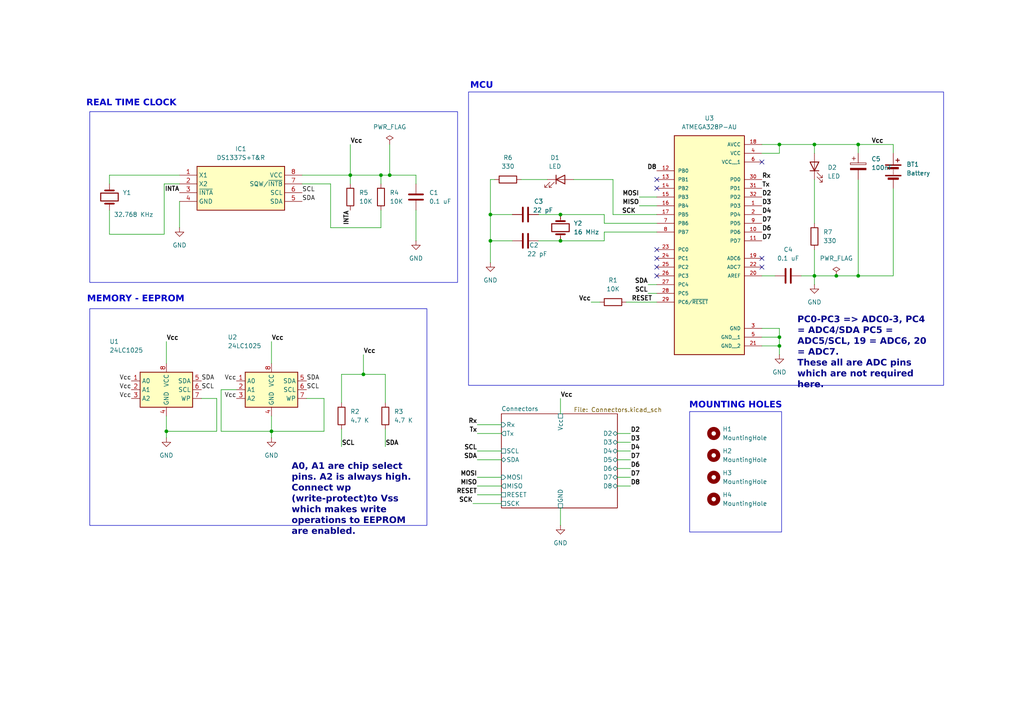
<source format=kicad_sch>
(kicad_sch
	(version 20231120)
	(generator "eeschema")
	(generator_version "8.0")
	(uuid "45396cfa-d12e-4974-8c9e-89448920a668")
	(paper "A4")
	(title_block
		(title "${Project_Name}")
		(date "2024-07-28")
		(rev "1")
		(company "Vankayala Hima Vamsi")
	)
	(lib_symbols
		(symbol "ATMEGA328P-AU:ATMEGA328P-AU"
			(pin_names
				(offset 1.016)
			)
			(exclude_from_sim no)
			(in_bom yes)
			(on_board yes)
			(property "Reference" "U"
				(at -10.1755 29.2546 0)
				(effects
					(font
						(size 1.27 1.27)
					)
					(justify left bottom)
				)
			)
			(property "Value" "ATMEGA328P-AU"
				(at -10.1669 -39.3914 0)
				(effects
					(font
						(size 1.27 1.27)
					)
					(justify left bottom)
				)
			)
			(property "Footprint" "ATMEGA328P-AU:QFP80P900X900X120-32N"
				(at 0 0 0)
				(effects
					(font
						(size 1.27 1.27)
					)
					(justify bottom)
					(hide yes)
				)
			)
			(property "Datasheet" ""
				(at 0 0 0)
				(effects
					(font
						(size 1.27 1.27)
					)
					(hide yes)
				)
			)
			(property "Description" ""
				(at 0 0 0)
				(effects
					(font
						(size 1.27 1.27)
					)
					(hide yes)
				)
			)
			(property "PARTREV" "8271A"
				(at 0 0 0)
				(effects
					(font
						(size 1.27 1.27)
					)
					(justify bottom)
					(hide yes)
				)
			)
			(property "STANDARD" "IPC-7351B"
				(at 0 0 0)
				(effects
					(font
						(size 1.27 1.27)
					)
					(justify bottom)
					(hide yes)
				)
			)
			(property "MAXIMUM_PACKAGE_HEIGHT" "1.20mm"
				(at 0 0 0)
				(effects
					(font
						(size 1.27 1.27)
					)
					(justify bottom)
					(hide yes)
				)
			)
			(property "MANUFACTURER" "Microchip"
				(at 0 0 0)
				(effects
					(font
						(size 1.27 1.27)
					)
					(justify bottom)
					(hide yes)
				)
			)
			(symbol "ATMEGA328P-AU_0_0"
				(rectangle
					(start -10.16 -35.56)
					(end 10.16 27.94)
					(stroke
						(width 0.254)
						(type default)
					)
					(fill
						(type background)
					)
				)
				(pin bidirectional line
					(at 15.24 7.62 180)
					(length 5.08)
					(name "PD3"
						(effects
							(font
								(size 1.016 1.016)
							)
						)
					)
					(number "1"
						(effects
							(font
								(size 1.016 1.016)
							)
						)
					)
				)
				(pin bidirectional line
					(at 15.24 0 180)
					(length 5.08)
					(name "PD6"
						(effects
							(font
								(size 1.016 1.016)
							)
						)
					)
					(number "10"
						(effects
							(font
								(size 1.016 1.016)
							)
						)
					)
				)
				(pin bidirectional line
					(at 15.24 -2.54 180)
					(length 5.08)
					(name "PD7"
						(effects
							(font
								(size 1.016 1.016)
							)
						)
					)
					(number "11"
						(effects
							(font
								(size 1.016 1.016)
							)
						)
					)
				)
				(pin bidirectional line
					(at -15.24 17.78 0)
					(length 5.08)
					(name "PB0"
						(effects
							(font
								(size 1.016 1.016)
							)
						)
					)
					(number "12"
						(effects
							(font
								(size 1.016 1.016)
							)
						)
					)
				)
				(pin bidirectional line
					(at -15.24 15.24 0)
					(length 5.08)
					(name "PB1"
						(effects
							(font
								(size 1.016 1.016)
							)
						)
					)
					(number "13"
						(effects
							(font
								(size 1.016 1.016)
							)
						)
					)
				)
				(pin bidirectional line
					(at -15.24 12.7 0)
					(length 5.08)
					(name "PB2"
						(effects
							(font
								(size 1.016 1.016)
							)
						)
					)
					(number "14"
						(effects
							(font
								(size 1.016 1.016)
							)
						)
					)
				)
				(pin bidirectional line
					(at -15.24 10.16 0)
					(length 5.08)
					(name "PB3"
						(effects
							(font
								(size 1.016 1.016)
							)
						)
					)
					(number "15"
						(effects
							(font
								(size 1.016 1.016)
							)
						)
					)
				)
				(pin bidirectional line
					(at -15.24 7.62 0)
					(length 5.08)
					(name "PB4"
						(effects
							(font
								(size 1.016 1.016)
							)
						)
					)
					(number "16"
						(effects
							(font
								(size 1.016 1.016)
							)
						)
					)
				)
				(pin bidirectional line
					(at -15.24 5.08 0)
					(length 5.08)
					(name "PB5"
						(effects
							(font
								(size 1.016 1.016)
							)
						)
					)
					(number "17"
						(effects
							(font
								(size 1.016 1.016)
							)
						)
					)
				)
				(pin power_in line
					(at 15.24 25.4 180)
					(length 5.08)
					(name "AVCC"
						(effects
							(font
								(size 1.016 1.016)
							)
						)
					)
					(number "18"
						(effects
							(font
								(size 1.016 1.016)
							)
						)
					)
				)
				(pin bidirectional line
					(at 15.24 -7.62 180)
					(length 5.08)
					(name "ADC6"
						(effects
							(font
								(size 1.016 1.016)
							)
						)
					)
					(number "19"
						(effects
							(font
								(size 1.016 1.016)
							)
						)
					)
				)
				(pin bidirectional line
					(at 15.24 5.08 180)
					(length 5.08)
					(name "PD4"
						(effects
							(font
								(size 1.016 1.016)
							)
						)
					)
					(number "2"
						(effects
							(font
								(size 1.016 1.016)
							)
						)
					)
				)
				(pin input line
					(at 15.24 -12.7 180)
					(length 5.08)
					(name "AREF"
						(effects
							(font
								(size 1.016 1.016)
							)
						)
					)
					(number "20"
						(effects
							(font
								(size 1.016 1.016)
							)
						)
					)
				)
				(pin power_in line
					(at 15.24 -33.02 180)
					(length 5.08)
					(name "GND__2"
						(effects
							(font
								(size 1.016 1.016)
							)
						)
					)
					(number "21"
						(effects
							(font
								(size 1.016 1.016)
							)
						)
					)
				)
				(pin bidirectional line
					(at 15.24 -10.16 180)
					(length 5.08)
					(name "ADC7"
						(effects
							(font
								(size 1.016 1.016)
							)
						)
					)
					(number "22"
						(effects
							(font
								(size 1.016 1.016)
							)
						)
					)
				)
				(pin bidirectional line
					(at -15.24 -5.08 0)
					(length 5.08)
					(name "PC0"
						(effects
							(font
								(size 1.016 1.016)
							)
						)
					)
					(number "23"
						(effects
							(font
								(size 1.016 1.016)
							)
						)
					)
				)
				(pin bidirectional line
					(at -15.24 -7.62 0)
					(length 5.08)
					(name "PC1"
						(effects
							(font
								(size 1.016 1.016)
							)
						)
					)
					(number "24"
						(effects
							(font
								(size 1.016 1.016)
							)
						)
					)
				)
				(pin bidirectional line
					(at -15.24 -10.16 0)
					(length 5.08)
					(name "PC2"
						(effects
							(font
								(size 1.016 1.016)
							)
						)
					)
					(number "25"
						(effects
							(font
								(size 1.016 1.016)
							)
						)
					)
				)
				(pin bidirectional line
					(at -15.24 -12.7 0)
					(length 5.08)
					(name "PC3"
						(effects
							(font
								(size 1.016 1.016)
							)
						)
					)
					(number "26"
						(effects
							(font
								(size 1.016 1.016)
							)
						)
					)
				)
				(pin bidirectional line
					(at -15.24 -15.24 0)
					(length 5.08)
					(name "PC4"
						(effects
							(font
								(size 1.016 1.016)
							)
						)
					)
					(number "27"
						(effects
							(font
								(size 1.016 1.016)
							)
						)
					)
				)
				(pin bidirectional line
					(at -15.24 -17.78 0)
					(length 5.08)
					(name "PC5"
						(effects
							(font
								(size 1.016 1.016)
							)
						)
					)
					(number "28"
						(effects
							(font
								(size 1.016 1.016)
							)
						)
					)
				)
				(pin bidirectional line
					(at -15.24 -20.32 0)
					(length 5.08)
					(name "PC6/~{RESET}"
						(effects
							(font
								(size 1.016 1.016)
							)
						)
					)
					(number "29"
						(effects
							(font
								(size 1.016 1.016)
							)
						)
					)
				)
				(pin power_in line
					(at 15.24 -27.94 180)
					(length 5.08)
					(name "GND"
						(effects
							(font
								(size 1.016 1.016)
							)
						)
					)
					(number "3"
						(effects
							(font
								(size 1.016 1.016)
							)
						)
					)
				)
				(pin bidirectional line
					(at 15.24 15.24 180)
					(length 5.08)
					(name "PD0"
						(effects
							(font
								(size 1.016 1.016)
							)
						)
					)
					(number "30"
						(effects
							(font
								(size 1.016 1.016)
							)
						)
					)
				)
				(pin bidirectional line
					(at 15.24 12.7 180)
					(length 5.08)
					(name "PD1"
						(effects
							(font
								(size 1.016 1.016)
							)
						)
					)
					(number "31"
						(effects
							(font
								(size 1.016 1.016)
							)
						)
					)
				)
				(pin bidirectional line
					(at 15.24 10.16 180)
					(length 5.08)
					(name "PD2"
						(effects
							(font
								(size 1.016 1.016)
							)
						)
					)
					(number "32"
						(effects
							(font
								(size 1.016 1.016)
							)
						)
					)
				)
				(pin power_in line
					(at 15.24 22.86 180)
					(length 5.08)
					(name "VCC"
						(effects
							(font
								(size 1.016 1.016)
							)
						)
					)
					(number "4"
						(effects
							(font
								(size 1.016 1.016)
							)
						)
					)
				)
				(pin power_in line
					(at 15.24 -30.48 180)
					(length 5.08)
					(name "GND__1"
						(effects
							(font
								(size 1.016 1.016)
							)
						)
					)
					(number "5"
						(effects
							(font
								(size 1.016 1.016)
							)
						)
					)
				)
				(pin power_in line
					(at 15.24 20.32 180)
					(length 5.08)
					(name "VCC__1"
						(effects
							(font
								(size 1.016 1.016)
							)
						)
					)
					(number "6"
						(effects
							(font
								(size 1.016 1.016)
							)
						)
					)
				)
				(pin bidirectional line
					(at -15.24 2.54 0)
					(length 5.08)
					(name "PB6"
						(effects
							(font
								(size 1.016 1.016)
							)
						)
					)
					(number "7"
						(effects
							(font
								(size 1.016 1.016)
							)
						)
					)
				)
				(pin bidirectional line
					(at -15.24 0 0)
					(length 5.08)
					(name "PB7"
						(effects
							(font
								(size 1.016 1.016)
							)
						)
					)
					(number "8"
						(effects
							(font
								(size 1.016 1.016)
							)
						)
					)
				)
				(pin bidirectional line
					(at 15.24 2.54 180)
					(length 5.08)
					(name "PD5"
						(effects
							(font
								(size 1.016 1.016)
							)
						)
					)
					(number "9"
						(effects
							(font
								(size 1.016 1.016)
							)
						)
					)
				)
			)
		)
		(symbol "DS1337S+T&R:DS1337S+T&R"
			(exclude_from_sim no)
			(in_bom yes)
			(on_board yes)
			(property "Reference" "IC"
				(at 31.75 7.62 0)
				(effects
					(font
						(size 1.27 1.27)
					)
					(justify left top)
				)
			)
			(property "Value" "DS1337S+T&R"
				(at 31.75 5.08 0)
				(effects
					(font
						(size 1.27 1.27)
					)
					(justify left top)
				)
			)
			(property "Footprint" "SOIC127P600X175-8N"
				(at 31.75 -94.92 0)
				(effects
					(font
						(size 1.27 1.27)
					)
					(justify left top)
					(hide yes)
				)
			)
			(property "Datasheet" "https://datasheets.maximintegrated.com/en/ds/DS1337-DS1337C.pdf"
				(at 31.75 -194.92 0)
				(effects
					(font
						(size 1.27 1.27)
					)
					(justify left top)
					(hide yes)
				)
			)
			(property "Description" "Maxim DS1337S+T&R Real Time Clock  Calendar 8-Pin SOIC"
				(at 0 0 0)
				(effects
					(font
						(size 1.27 1.27)
					)
					(hide yes)
				)
			)
			(property "Height" "1.75"
				(at 31.75 -394.92 0)
				(effects
					(font
						(size 1.27 1.27)
					)
					(justify left top)
					(hide yes)
				)
			)
			(property "Manufacturer_Name" "Analog Devices"
				(at 31.75 -494.92 0)
				(effects
					(font
						(size 1.27 1.27)
					)
					(justify left top)
					(hide yes)
				)
			)
			(property "Manufacturer_Part_Number" "DS1337S+T&R"
				(at 31.75 -594.92 0)
				(effects
					(font
						(size 1.27 1.27)
					)
					(justify left top)
					(hide yes)
				)
			)
			(property "Mouser Part Number" "700-DS1337ST&R"
				(at 31.75 -694.92 0)
				(effects
					(font
						(size 1.27 1.27)
					)
					(justify left top)
					(hide yes)
				)
			)
			(property "Mouser Price/Stock" "https://www.mouser.co.uk/ProductDetail/Analog-Devices-Maxim-Integrated/DS1337S%2bTR?qs=1eQvB6Dk1viQeRFVAxye3A%3D%3D"
				(at 31.75 -794.92 0)
				(effects
					(font
						(size 1.27 1.27)
					)
					(justify left top)
					(hide yes)
				)
			)
			(property "Arrow Part Number" "DS1337S+T&R"
				(at 31.75 -894.92 0)
				(effects
					(font
						(size 1.27 1.27)
					)
					(justify left top)
					(hide yes)
				)
			)
			(property "Arrow Price/Stock" "https://www.arrow.com/en/products/ds1337str/analog-devices?region=nac"
				(at 31.75 -994.92 0)
				(effects
					(font
						(size 1.27 1.27)
					)
					(justify left top)
					(hide yes)
				)
			)
			(symbol "DS1337S+T&R_1_1"
				(rectangle
					(start 5.08 2.54)
					(end 30.48 -10.16)
					(stroke
						(width 0.254)
						(type default)
					)
					(fill
						(type background)
					)
				)
				(pin passive line
					(at 0 0 0)
					(length 5.08)
					(name "X1"
						(effects
							(font
								(size 1.27 1.27)
							)
						)
					)
					(number "1"
						(effects
							(font
								(size 1.27 1.27)
							)
						)
					)
				)
				(pin passive line
					(at 0 -2.54 0)
					(length 5.08)
					(name "X2"
						(effects
							(font
								(size 1.27 1.27)
							)
						)
					)
					(number "2"
						(effects
							(font
								(size 1.27 1.27)
							)
						)
					)
				)
				(pin passive line
					(at 0 -5.08 0)
					(length 5.08)
					(name "~{INTA}"
						(effects
							(font
								(size 1.27 1.27)
							)
						)
					)
					(number "3"
						(effects
							(font
								(size 1.27 1.27)
							)
						)
					)
				)
				(pin passive line
					(at 0 -7.62 0)
					(length 5.08)
					(name "GND"
						(effects
							(font
								(size 1.27 1.27)
							)
						)
					)
					(number "4"
						(effects
							(font
								(size 1.27 1.27)
							)
						)
					)
				)
				(pin passive line
					(at 35.56 -7.62 180)
					(length 5.08)
					(name "SDA"
						(effects
							(font
								(size 1.27 1.27)
							)
						)
					)
					(number "5"
						(effects
							(font
								(size 1.27 1.27)
							)
						)
					)
				)
				(pin passive line
					(at 35.56 -5.08 180)
					(length 5.08)
					(name "SCL"
						(effects
							(font
								(size 1.27 1.27)
							)
						)
					)
					(number "6"
						(effects
							(font
								(size 1.27 1.27)
							)
						)
					)
				)
				(pin passive line
					(at 35.56 -2.54 180)
					(length 5.08)
					(name "SQW/~{INTB}"
						(effects
							(font
								(size 1.27 1.27)
							)
						)
					)
					(number "7"
						(effects
							(font
								(size 1.27 1.27)
							)
						)
					)
				)
				(pin passive line
					(at 35.56 0 180)
					(length 5.08)
					(name "VCC"
						(effects
							(font
								(size 1.27 1.27)
							)
						)
					)
					(number "8"
						(effects
							(font
								(size 1.27 1.27)
							)
						)
					)
				)
			)
		)
		(symbol "Device:Battery"
			(pin_numbers hide)
			(pin_names
				(offset 0) hide)
			(exclude_from_sim no)
			(in_bom yes)
			(on_board yes)
			(property "Reference" "BT"
				(at 2.54 2.54 0)
				(effects
					(font
						(size 1.27 1.27)
					)
					(justify left)
				)
			)
			(property "Value" "Battery"
				(at 2.54 0 0)
				(effects
					(font
						(size 1.27 1.27)
					)
					(justify left)
				)
			)
			(property "Footprint" ""
				(at 0 1.524 90)
				(effects
					(font
						(size 1.27 1.27)
					)
					(hide yes)
				)
			)
			(property "Datasheet" "~"
				(at 0 1.524 90)
				(effects
					(font
						(size 1.27 1.27)
					)
					(hide yes)
				)
			)
			(property "Description" "Multiple-cell battery"
				(at 0 0 0)
				(effects
					(font
						(size 1.27 1.27)
					)
					(hide yes)
				)
			)
			(property "ki_keywords" "batt voltage-source cell"
				(at 0 0 0)
				(effects
					(font
						(size 1.27 1.27)
					)
					(hide yes)
				)
			)
			(symbol "Battery_0_1"
				(rectangle
					(start -2.286 -1.27)
					(end 2.286 -1.524)
					(stroke
						(width 0)
						(type default)
					)
					(fill
						(type outline)
					)
				)
				(rectangle
					(start -2.286 1.778)
					(end 2.286 1.524)
					(stroke
						(width 0)
						(type default)
					)
					(fill
						(type outline)
					)
				)
				(rectangle
					(start -1.524 -2.032)
					(end 1.524 -2.54)
					(stroke
						(width 0)
						(type default)
					)
					(fill
						(type outline)
					)
				)
				(rectangle
					(start -1.524 1.016)
					(end 1.524 0.508)
					(stroke
						(width 0)
						(type default)
					)
					(fill
						(type outline)
					)
				)
				(polyline
					(pts
						(xy 0 -1.016) (xy 0 -0.762)
					)
					(stroke
						(width 0)
						(type default)
					)
					(fill
						(type none)
					)
				)
				(polyline
					(pts
						(xy 0 -0.508) (xy 0 -0.254)
					)
					(stroke
						(width 0)
						(type default)
					)
					(fill
						(type none)
					)
				)
				(polyline
					(pts
						(xy 0 0) (xy 0 0.254)
					)
					(stroke
						(width 0)
						(type default)
					)
					(fill
						(type none)
					)
				)
				(polyline
					(pts
						(xy 0 1.778) (xy 0 2.54)
					)
					(stroke
						(width 0)
						(type default)
					)
					(fill
						(type none)
					)
				)
				(polyline
					(pts
						(xy 0.762 3.048) (xy 1.778 3.048)
					)
					(stroke
						(width 0.254)
						(type default)
					)
					(fill
						(type none)
					)
				)
				(polyline
					(pts
						(xy 1.27 3.556) (xy 1.27 2.54)
					)
					(stroke
						(width 0.254)
						(type default)
					)
					(fill
						(type none)
					)
				)
			)
			(symbol "Battery_1_1"
				(pin passive line
					(at 0 5.08 270)
					(length 2.54)
					(name "+"
						(effects
							(font
								(size 1.27 1.27)
							)
						)
					)
					(number "1"
						(effects
							(font
								(size 1.27 1.27)
							)
						)
					)
				)
				(pin passive line
					(at 0 -5.08 90)
					(length 2.54)
					(name "-"
						(effects
							(font
								(size 1.27 1.27)
							)
						)
					)
					(number "2"
						(effects
							(font
								(size 1.27 1.27)
							)
						)
					)
				)
			)
		)
		(symbol "Device:C"
			(pin_numbers hide)
			(pin_names
				(offset 0.254)
			)
			(exclude_from_sim no)
			(in_bom yes)
			(on_board yes)
			(property "Reference" "C"
				(at 0.635 2.54 0)
				(effects
					(font
						(size 1.27 1.27)
					)
					(justify left)
				)
			)
			(property "Value" "C"
				(at 0.635 -2.54 0)
				(effects
					(font
						(size 1.27 1.27)
					)
					(justify left)
				)
			)
			(property "Footprint" ""
				(at 0.9652 -3.81 0)
				(effects
					(font
						(size 1.27 1.27)
					)
					(hide yes)
				)
			)
			(property "Datasheet" "~"
				(at 0 0 0)
				(effects
					(font
						(size 1.27 1.27)
					)
					(hide yes)
				)
			)
			(property "Description" "Unpolarized capacitor"
				(at 0 0 0)
				(effects
					(font
						(size 1.27 1.27)
					)
					(hide yes)
				)
			)
			(property "ki_keywords" "cap capacitor"
				(at 0 0 0)
				(effects
					(font
						(size 1.27 1.27)
					)
					(hide yes)
				)
			)
			(property "ki_fp_filters" "C_*"
				(at 0 0 0)
				(effects
					(font
						(size 1.27 1.27)
					)
					(hide yes)
				)
			)
			(symbol "C_0_1"
				(polyline
					(pts
						(xy -2.032 -0.762) (xy 2.032 -0.762)
					)
					(stroke
						(width 0.508)
						(type default)
					)
					(fill
						(type none)
					)
				)
				(polyline
					(pts
						(xy -2.032 0.762) (xy 2.032 0.762)
					)
					(stroke
						(width 0.508)
						(type default)
					)
					(fill
						(type none)
					)
				)
			)
			(symbol "C_1_1"
				(pin passive line
					(at 0 3.81 270)
					(length 2.794)
					(name "~"
						(effects
							(font
								(size 1.27 1.27)
							)
						)
					)
					(number "1"
						(effects
							(font
								(size 1.27 1.27)
							)
						)
					)
				)
				(pin passive line
					(at 0 -3.81 90)
					(length 2.794)
					(name "~"
						(effects
							(font
								(size 1.27 1.27)
							)
						)
					)
					(number "2"
						(effects
							(font
								(size 1.27 1.27)
							)
						)
					)
				)
			)
		)
		(symbol "Device:C_Polarized"
			(pin_numbers hide)
			(pin_names
				(offset 0.254)
			)
			(exclude_from_sim no)
			(in_bom yes)
			(on_board yes)
			(property "Reference" "C"
				(at 0.635 2.54 0)
				(effects
					(font
						(size 1.27 1.27)
					)
					(justify left)
				)
			)
			(property "Value" "C_Polarized"
				(at 0.635 -2.54 0)
				(effects
					(font
						(size 1.27 1.27)
					)
					(justify left)
				)
			)
			(property "Footprint" ""
				(at 0.9652 -3.81 0)
				(effects
					(font
						(size 1.27 1.27)
					)
					(hide yes)
				)
			)
			(property "Datasheet" "~"
				(at 0 0 0)
				(effects
					(font
						(size 1.27 1.27)
					)
					(hide yes)
				)
			)
			(property "Description" "Polarized capacitor"
				(at 0 0 0)
				(effects
					(font
						(size 1.27 1.27)
					)
					(hide yes)
				)
			)
			(property "ki_keywords" "cap capacitor"
				(at 0 0 0)
				(effects
					(font
						(size 1.27 1.27)
					)
					(hide yes)
				)
			)
			(property "ki_fp_filters" "CP_*"
				(at 0 0 0)
				(effects
					(font
						(size 1.27 1.27)
					)
					(hide yes)
				)
			)
			(symbol "C_Polarized_0_1"
				(rectangle
					(start -2.286 0.508)
					(end 2.286 1.016)
					(stroke
						(width 0)
						(type default)
					)
					(fill
						(type none)
					)
				)
				(polyline
					(pts
						(xy -1.778 2.286) (xy -0.762 2.286)
					)
					(stroke
						(width 0)
						(type default)
					)
					(fill
						(type none)
					)
				)
				(polyline
					(pts
						(xy -1.27 2.794) (xy -1.27 1.778)
					)
					(stroke
						(width 0)
						(type default)
					)
					(fill
						(type none)
					)
				)
				(rectangle
					(start 2.286 -0.508)
					(end -2.286 -1.016)
					(stroke
						(width 0)
						(type default)
					)
					(fill
						(type outline)
					)
				)
			)
			(symbol "C_Polarized_1_1"
				(pin passive line
					(at 0 3.81 270)
					(length 2.794)
					(name "~"
						(effects
							(font
								(size 1.27 1.27)
							)
						)
					)
					(number "1"
						(effects
							(font
								(size 1.27 1.27)
							)
						)
					)
				)
				(pin passive line
					(at 0 -3.81 90)
					(length 2.794)
					(name "~"
						(effects
							(font
								(size 1.27 1.27)
							)
						)
					)
					(number "2"
						(effects
							(font
								(size 1.27 1.27)
							)
						)
					)
				)
			)
		)
		(symbol "Device:Crystal"
			(pin_numbers hide)
			(pin_names
				(offset 1.016) hide)
			(exclude_from_sim no)
			(in_bom yes)
			(on_board yes)
			(property "Reference" "Y"
				(at 0 3.81 0)
				(effects
					(font
						(size 1.27 1.27)
					)
				)
			)
			(property "Value" "Crystal"
				(at 0 -3.81 0)
				(effects
					(font
						(size 1.27 1.27)
					)
				)
			)
			(property "Footprint" ""
				(at 0 0 0)
				(effects
					(font
						(size 1.27 1.27)
					)
					(hide yes)
				)
			)
			(property "Datasheet" "~"
				(at 0 0 0)
				(effects
					(font
						(size 1.27 1.27)
					)
					(hide yes)
				)
			)
			(property "Description" "Two pin crystal"
				(at 0 0 0)
				(effects
					(font
						(size 1.27 1.27)
					)
					(hide yes)
				)
			)
			(property "ki_keywords" "quartz ceramic resonator oscillator"
				(at 0 0 0)
				(effects
					(font
						(size 1.27 1.27)
					)
					(hide yes)
				)
			)
			(property "ki_fp_filters" "Crystal*"
				(at 0 0 0)
				(effects
					(font
						(size 1.27 1.27)
					)
					(hide yes)
				)
			)
			(symbol "Crystal_0_1"
				(rectangle
					(start -1.143 2.54)
					(end 1.143 -2.54)
					(stroke
						(width 0.3048)
						(type default)
					)
					(fill
						(type none)
					)
				)
				(polyline
					(pts
						(xy -2.54 0) (xy -1.905 0)
					)
					(stroke
						(width 0)
						(type default)
					)
					(fill
						(type none)
					)
				)
				(polyline
					(pts
						(xy -1.905 -1.27) (xy -1.905 1.27)
					)
					(stroke
						(width 0.508)
						(type default)
					)
					(fill
						(type none)
					)
				)
				(polyline
					(pts
						(xy 1.905 -1.27) (xy 1.905 1.27)
					)
					(stroke
						(width 0.508)
						(type default)
					)
					(fill
						(type none)
					)
				)
				(polyline
					(pts
						(xy 2.54 0) (xy 1.905 0)
					)
					(stroke
						(width 0)
						(type default)
					)
					(fill
						(type none)
					)
				)
			)
			(symbol "Crystal_1_1"
				(pin passive line
					(at -3.81 0 0)
					(length 1.27)
					(name "1"
						(effects
							(font
								(size 1.27 1.27)
							)
						)
					)
					(number "1"
						(effects
							(font
								(size 1.27 1.27)
							)
						)
					)
				)
				(pin passive line
					(at 3.81 0 180)
					(length 1.27)
					(name "2"
						(effects
							(font
								(size 1.27 1.27)
							)
						)
					)
					(number "2"
						(effects
							(font
								(size 1.27 1.27)
							)
						)
					)
				)
			)
		)
		(symbol "Device:LED"
			(pin_numbers hide)
			(pin_names
				(offset 1.016) hide)
			(exclude_from_sim no)
			(in_bom yes)
			(on_board yes)
			(property "Reference" "D"
				(at 0 2.54 0)
				(effects
					(font
						(size 1.27 1.27)
					)
				)
			)
			(property "Value" "LED"
				(at 0 -2.54 0)
				(effects
					(font
						(size 1.27 1.27)
					)
				)
			)
			(property "Footprint" ""
				(at 0 0 0)
				(effects
					(font
						(size 1.27 1.27)
					)
					(hide yes)
				)
			)
			(property "Datasheet" "~"
				(at 0 0 0)
				(effects
					(font
						(size 1.27 1.27)
					)
					(hide yes)
				)
			)
			(property "Description" "Light emitting diode"
				(at 0 0 0)
				(effects
					(font
						(size 1.27 1.27)
					)
					(hide yes)
				)
			)
			(property "ki_keywords" "LED diode"
				(at 0 0 0)
				(effects
					(font
						(size 1.27 1.27)
					)
					(hide yes)
				)
			)
			(property "ki_fp_filters" "LED* LED_SMD:* LED_THT:*"
				(at 0 0 0)
				(effects
					(font
						(size 1.27 1.27)
					)
					(hide yes)
				)
			)
			(symbol "LED_0_1"
				(polyline
					(pts
						(xy -1.27 -1.27) (xy -1.27 1.27)
					)
					(stroke
						(width 0.254)
						(type default)
					)
					(fill
						(type none)
					)
				)
				(polyline
					(pts
						(xy -1.27 0) (xy 1.27 0)
					)
					(stroke
						(width 0)
						(type default)
					)
					(fill
						(type none)
					)
				)
				(polyline
					(pts
						(xy 1.27 -1.27) (xy 1.27 1.27) (xy -1.27 0) (xy 1.27 -1.27)
					)
					(stroke
						(width 0.254)
						(type default)
					)
					(fill
						(type none)
					)
				)
				(polyline
					(pts
						(xy -3.048 -0.762) (xy -4.572 -2.286) (xy -3.81 -2.286) (xy -4.572 -2.286) (xy -4.572 -1.524)
					)
					(stroke
						(width 0)
						(type default)
					)
					(fill
						(type none)
					)
				)
				(polyline
					(pts
						(xy -1.778 -0.762) (xy -3.302 -2.286) (xy -2.54 -2.286) (xy -3.302 -2.286) (xy -3.302 -1.524)
					)
					(stroke
						(width 0)
						(type default)
					)
					(fill
						(type none)
					)
				)
			)
			(symbol "LED_1_1"
				(pin passive line
					(at -3.81 0 0)
					(length 2.54)
					(name "K"
						(effects
							(font
								(size 1.27 1.27)
							)
						)
					)
					(number "1"
						(effects
							(font
								(size 1.27 1.27)
							)
						)
					)
				)
				(pin passive line
					(at 3.81 0 180)
					(length 2.54)
					(name "A"
						(effects
							(font
								(size 1.27 1.27)
							)
						)
					)
					(number "2"
						(effects
							(font
								(size 1.27 1.27)
							)
						)
					)
				)
			)
		)
		(symbol "Device:R"
			(pin_numbers hide)
			(pin_names
				(offset 0)
			)
			(exclude_from_sim no)
			(in_bom yes)
			(on_board yes)
			(property "Reference" "R"
				(at 2.032 0 90)
				(effects
					(font
						(size 1.27 1.27)
					)
				)
			)
			(property "Value" "R"
				(at 0 0 90)
				(effects
					(font
						(size 1.27 1.27)
					)
				)
			)
			(property "Footprint" ""
				(at -1.778 0 90)
				(effects
					(font
						(size 1.27 1.27)
					)
					(hide yes)
				)
			)
			(property "Datasheet" "~"
				(at 0 0 0)
				(effects
					(font
						(size 1.27 1.27)
					)
					(hide yes)
				)
			)
			(property "Description" "Resistor"
				(at 0 0 0)
				(effects
					(font
						(size 1.27 1.27)
					)
					(hide yes)
				)
			)
			(property "ki_keywords" "R res resistor"
				(at 0 0 0)
				(effects
					(font
						(size 1.27 1.27)
					)
					(hide yes)
				)
			)
			(property "ki_fp_filters" "R_*"
				(at 0 0 0)
				(effects
					(font
						(size 1.27 1.27)
					)
					(hide yes)
				)
			)
			(symbol "R_0_1"
				(rectangle
					(start -1.016 -2.54)
					(end 1.016 2.54)
					(stroke
						(width 0.254)
						(type default)
					)
					(fill
						(type none)
					)
				)
			)
			(symbol "R_1_1"
				(pin passive line
					(at 0 3.81 270)
					(length 1.27)
					(name "~"
						(effects
							(font
								(size 1.27 1.27)
							)
						)
					)
					(number "1"
						(effects
							(font
								(size 1.27 1.27)
							)
						)
					)
				)
				(pin passive line
					(at 0 -3.81 90)
					(length 1.27)
					(name "~"
						(effects
							(font
								(size 1.27 1.27)
							)
						)
					)
					(number "2"
						(effects
							(font
								(size 1.27 1.27)
							)
						)
					)
				)
			)
		)
		(symbol "Mechanical:MountingHole"
			(pin_names
				(offset 1.016)
			)
			(exclude_from_sim yes)
			(in_bom no)
			(on_board yes)
			(property "Reference" "H"
				(at 0 5.08 0)
				(effects
					(font
						(size 1.27 1.27)
					)
				)
			)
			(property "Value" "MountingHole"
				(at 0 3.175 0)
				(effects
					(font
						(size 1.27 1.27)
					)
				)
			)
			(property "Footprint" ""
				(at 0 0 0)
				(effects
					(font
						(size 1.27 1.27)
					)
					(hide yes)
				)
			)
			(property "Datasheet" "~"
				(at 0 0 0)
				(effects
					(font
						(size 1.27 1.27)
					)
					(hide yes)
				)
			)
			(property "Description" "Mounting Hole without connection"
				(at 0 0 0)
				(effects
					(font
						(size 1.27 1.27)
					)
					(hide yes)
				)
			)
			(property "ki_keywords" "mounting hole"
				(at 0 0 0)
				(effects
					(font
						(size 1.27 1.27)
					)
					(hide yes)
				)
			)
			(property "ki_fp_filters" "MountingHole*"
				(at 0 0 0)
				(effects
					(font
						(size 1.27 1.27)
					)
					(hide yes)
				)
			)
			(symbol "MountingHole_0_1"
				(circle
					(center 0 0)
					(radius 1.27)
					(stroke
						(width 1.27)
						(type default)
					)
					(fill
						(type none)
					)
				)
			)
		)
		(symbol "Memory_EEPROM:24LC1025"
			(exclude_from_sim no)
			(in_bom yes)
			(on_board yes)
			(property "Reference" "U"
				(at -6.35 6.35 0)
				(effects
					(font
						(size 1.27 1.27)
					)
				)
			)
			(property "Value" "24LC1025"
				(at 1.27 6.35 0)
				(effects
					(font
						(size 1.27 1.27)
					)
					(justify left)
				)
			)
			(property "Footprint" ""
				(at 0 0 0)
				(effects
					(font
						(size 1.27 1.27)
					)
					(hide yes)
				)
			)
			(property "Datasheet" "http://ww1.microchip.com/downloads/en/DeviceDoc/21941B.pdf"
				(at 0 0 0)
				(effects
					(font
						(size 1.27 1.27)
					)
					(hide yes)
				)
			)
			(property "Description" "I2C Serial EEPROM, 1024Kb, DIP-8/SOIC-8/TSSOP-8/DFN-8"
				(at 0 0 0)
				(effects
					(font
						(size 1.27 1.27)
					)
					(hide yes)
				)
			)
			(property "ki_keywords" "I2C Serial EEPROM"
				(at 0 0 0)
				(effects
					(font
						(size 1.27 1.27)
					)
					(hide yes)
				)
			)
			(property "ki_fp_filters" "DIP*W7.62mm* SOIC*3.9x4.9mm* TSSOP*4.4x3mm*P0.65mm* DFN*3x2mm*P0.5mm*"
				(at 0 0 0)
				(effects
					(font
						(size 1.27 1.27)
					)
					(hide yes)
				)
			)
			(symbol "24LC1025_1_1"
				(rectangle
					(start -7.62 5.08)
					(end 7.62 -5.08)
					(stroke
						(width 0.254)
						(type default)
					)
					(fill
						(type background)
					)
				)
				(pin input line
					(at -10.16 2.54 0)
					(length 2.54)
					(name "A0"
						(effects
							(font
								(size 1.27 1.27)
							)
						)
					)
					(number "1"
						(effects
							(font
								(size 1.27 1.27)
							)
						)
					)
				)
				(pin input line
					(at -10.16 0 0)
					(length 2.54)
					(name "A1"
						(effects
							(font
								(size 1.27 1.27)
							)
						)
					)
					(number "2"
						(effects
							(font
								(size 1.27 1.27)
							)
						)
					)
				)
				(pin input line
					(at -10.16 -2.54 0)
					(length 2.54)
					(name "A2"
						(effects
							(font
								(size 1.27 1.27)
							)
						)
					)
					(number "3"
						(effects
							(font
								(size 1.27 1.27)
							)
						)
					)
				)
				(pin power_in line
					(at 0 -7.62 90)
					(length 2.54)
					(name "GND"
						(effects
							(font
								(size 1.27 1.27)
							)
						)
					)
					(number "4"
						(effects
							(font
								(size 1.27 1.27)
							)
						)
					)
				)
				(pin bidirectional line
					(at 10.16 2.54 180)
					(length 2.54)
					(name "SDA"
						(effects
							(font
								(size 1.27 1.27)
							)
						)
					)
					(number "5"
						(effects
							(font
								(size 1.27 1.27)
							)
						)
					)
				)
				(pin input line
					(at 10.16 0 180)
					(length 2.54)
					(name "SCL"
						(effects
							(font
								(size 1.27 1.27)
							)
						)
					)
					(number "6"
						(effects
							(font
								(size 1.27 1.27)
							)
						)
					)
				)
				(pin input line
					(at 10.16 -2.54 180)
					(length 2.54)
					(name "WP"
						(effects
							(font
								(size 1.27 1.27)
							)
						)
					)
					(number "7"
						(effects
							(font
								(size 1.27 1.27)
							)
						)
					)
				)
				(pin power_in line
					(at 0 7.62 270)
					(length 2.54)
					(name "VCC"
						(effects
							(font
								(size 1.27 1.27)
							)
						)
					)
					(number "8"
						(effects
							(font
								(size 1.27 1.27)
							)
						)
					)
				)
			)
		)
		(symbol "power:GND"
			(power)
			(pin_numbers hide)
			(pin_names
				(offset 0) hide)
			(exclude_from_sim no)
			(in_bom yes)
			(on_board yes)
			(property "Reference" "#PWR"
				(at 0 -6.35 0)
				(effects
					(font
						(size 1.27 1.27)
					)
					(hide yes)
				)
			)
			(property "Value" "GND"
				(at 0 -3.81 0)
				(effects
					(font
						(size 1.27 1.27)
					)
				)
			)
			(property "Footprint" ""
				(at 0 0 0)
				(effects
					(font
						(size 1.27 1.27)
					)
					(hide yes)
				)
			)
			(property "Datasheet" ""
				(at 0 0 0)
				(effects
					(font
						(size 1.27 1.27)
					)
					(hide yes)
				)
			)
			(property "Description" "Power symbol creates a global label with name \"GND\" , ground"
				(at 0 0 0)
				(effects
					(font
						(size 1.27 1.27)
					)
					(hide yes)
				)
			)
			(property "ki_keywords" "global power"
				(at 0 0 0)
				(effects
					(font
						(size 1.27 1.27)
					)
					(hide yes)
				)
			)
			(symbol "GND_0_1"
				(polyline
					(pts
						(xy 0 0) (xy 0 -1.27) (xy 1.27 -1.27) (xy 0 -2.54) (xy -1.27 -1.27) (xy 0 -1.27)
					)
					(stroke
						(width 0)
						(type default)
					)
					(fill
						(type none)
					)
				)
			)
			(symbol "GND_1_1"
				(pin power_in line
					(at 0 0 270)
					(length 0)
					(name "~"
						(effects
							(font
								(size 1.27 1.27)
							)
						)
					)
					(number "1"
						(effects
							(font
								(size 1.27 1.27)
							)
						)
					)
				)
			)
		)
		(symbol "power:PWR_FLAG"
			(power)
			(pin_numbers hide)
			(pin_names
				(offset 0) hide)
			(exclude_from_sim no)
			(in_bom yes)
			(on_board yes)
			(property "Reference" "#FLG"
				(at 0 1.905 0)
				(effects
					(font
						(size 1.27 1.27)
					)
					(hide yes)
				)
			)
			(property "Value" "PWR_FLAG"
				(at 0 3.81 0)
				(effects
					(font
						(size 1.27 1.27)
					)
				)
			)
			(property "Footprint" ""
				(at 0 0 0)
				(effects
					(font
						(size 1.27 1.27)
					)
					(hide yes)
				)
			)
			(property "Datasheet" "~"
				(at 0 0 0)
				(effects
					(font
						(size 1.27 1.27)
					)
					(hide yes)
				)
			)
			(property "Description" "Special symbol for telling ERC where power comes from"
				(at 0 0 0)
				(effects
					(font
						(size 1.27 1.27)
					)
					(hide yes)
				)
			)
			(property "ki_keywords" "flag power"
				(at 0 0 0)
				(effects
					(font
						(size 1.27 1.27)
					)
					(hide yes)
				)
			)
			(symbol "PWR_FLAG_0_0"
				(pin power_out line
					(at 0 0 90)
					(length 0)
					(name "~"
						(effects
							(font
								(size 1.27 1.27)
							)
						)
					)
					(number "1"
						(effects
							(font
								(size 1.27 1.27)
							)
						)
					)
				)
			)
			(symbol "PWR_FLAG_0_1"
				(polyline
					(pts
						(xy 0 0) (xy 0 1.27) (xy -1.016 1.905) (xy 0 2.54) (xy 1.016 1.905) (xy 0 1.27)
					)
					(stroke
						(width 0)
						(type default)
					)
					(fill
						(type none)
					)
				)
			)
		)
	)
	(junction
		(at 248.92 80.01)
		(diameter 0)
		(color 0 0 0 0)
		(uuid "1df6631e-626a-489a-af58-1b8420f40021")
	)
	(junction
		(at 105.41 108.585)
		(diameter 0)
		(color 0 0 0 0)
		(uuid "224c15e4-d789-4513-a129-4acf67591d5b")
	)
	(junction
		(at 48.26 125.095)
		(diameter 0)
		(color 0 0 0 0)
		(uuid "2bcc7078-b228-4f66-8c99-b6766779889a")
	)
	(junction
		(at 110.49 50.8)
		(diameter 0)
		(color 0 0 0 0)
		(uuid "45a8de09-9539-4dc4-886a-4863ab30718c")
	)
	(junction
		(at 242.57 80.01)
		(diameter 0)
		(color 0 0 0 0)
		(uuid "4b2f7841-8a1a-4286-ae6b-2c03161d3d71")
	)
	(junction
		(at 226.06 41.91)
		(diameter 0)
		(color 0 0 0 0)
		(uuid "55f34ff3-087a-413a-bafb-bfb828ac493a")
	)
	(junction
		(at 162.56 62.23)
		(diameter 0)
		(color 0 0 0 0)
		(uuid "7d2b8460-79be-466c-9804-5a09a164cefe")
	)
	(junction
		(at 142.24 62.23)
		(diameter 0)
		(color 0 0 0 0)
		(uuid "7d7e332c-9179-40e5-9edc-e022d3d1f743")
	)
	(junction
		(at 236.22 80.01)
		(diameter 0)
		(color 0 0 0 0)
		(uuid "82cb425b-2113-4f95-a924-8df8d001d85a")
	)
	(junction
		(at 248.92 41.91)
		(diameter 0)
		(color 0 0 0 0)
		(uuid "88359d9e-b11c-4ae0-8814-a6f165ef3d96")
	)
	(junction
		(at 78.74 125.095)
		(diameter 0)
		(color 0 0 0 0)
		(uuid "933db605-92ba-4881-861a-7d565b262615")
	)
	(junction
		(at 226.06 100.33)
		(diameter 0)
		(color 0 0 0 0)
		(uuid "a542ab54-5f23-4a4c-9def-418088ab329b")
	)
	(junction
		(at 142.24 69.85)
		(diameter 0)
		(color 0 0 0 0)
		(uuid "b3e92741-f18a-4593-b51e-4a216ecc595e")
	)
	(junction
		(at 113.03 50.8)
		(diameter 0)
		(color 0 0 0 0)
		(uuid "bed93bb1-a788-489e-8215-8fe73525dcdd")
	)
	(junction
		(at 236.22 41.91)
		(diameter 0)
		(color 0 0 0 0)
		(uuid "ce41da47-8765-4aa4-8015-4fb51d541fee")
	)
	(junction
		(at 101.6 50.8)
		(diameter 0)
		(color 0 0 0 0)
		(uuid "d29decdc-866e-4f2b-ae32-9a2ff91ced2c")
	)
	(junction
		(at 226.06 97.79)
		(diameter 0)
		(color 0 0 0 0)
		(uuid "f21093c3-86b5-4927-8d77-e42565bd82e6")
	)
	(junction
		(at 162.56 69.85)
		(diameter 0)
		(color 0 0 0 0)
		(uuid "f21e6d92-88ec-4ece-ac5d-f8df34a68a78")
	)
	(no_connect
		(at 190.5 54.61)
		(uuid "0cefcec8-dece-4ba7-aad6-5f58cac29692")
	)
	(no_connect
		(at 190.5 72.39)
		(uuid "5a293d5f-deda-428e-8951-c024f31814e5")
	)
	(no_connect
		(at 190.5 80.01)
		(uuid "acc7c18d-f0bc-4695-a2e0-1048a8d47a23")
	)
	(no_connect
		(at 220.98 74.93)
		(uuid "b19c51f3-7b1e-4364-860b-146eb67d916a")
	)
	(no_connect
		(at 220.98 46.99)
		(uuid "b52677be-5ef4-45d8-ad3d-dea0adec6507")
	)
	(no_connect
		(at 190.5 74.93)
		(uuid "bb123137-85a2-4a37-9eab-956ac5f103b6")
	)
	(no_connect
		(at 190.5 52.07)
		(uuid "d397e724-cbe2-4c40-8596-e69196cd99d3")
	)
	(no_connect
		(at 220.98 77.47)
		(uuid "ef0f35f4-80e1-4e72-b353-15b219961bd5")
	)
	(no_connect
		(at 190.5 77.47)
		(uuid "fe6d702d-9522-45c9-bf44-da752d70db14")
	)
	(wire
		(pts
			(xy 142.24 76.2) (xy 142.24 69.85)
		)
		(stroke
			(width 0)
			(type default)
		)
		(uuid "050f25f4-bd8b-471c-b1ff-116314bd6318")
	)
	(wire
		(pts
			(xy 220.98 44.45) (xy 226.06 44.45)
		)
		(stroke
			(width 0)
			(type default)
		)
		(uuid "083f16e9-acf3-4f34-94c0-fe5299b8de82")
	)
	(wire
		(pts
			(xy 179.07 133.35) (xy 182.88 133.35)
		)
		(stroke
			(width 0)
			(type default)
		)
		(uuid "0a36cd23-ea3c-476c-b148-df09226366c8")
	)
	(wire
		(pts
			(xy 87.63 50.8) (xy 101.6 50.8)
		)
		(stroke
			(width 0)
			(type default)
		)
		(uuid "0bdacab3-168e-4455-beb8-dcd21f2f4224")
	)
	(wire
		(pts
			(xy 120.65 60.96) (xy 120.65 69.85)
		)
		(stroke
			(width 0)
			(type default)
		)
		(uuid "0cae9e5b-6058-4a78-bdb1-a39e7482534b")
	)
	(wire
		(pts
			(xy 62.865 125.095) (xy 48.26 125.095)
		)
		(stroke
			(width 0)
			(type default)
		)
		(uuid "0cf7d12c-24a8-4444-8746-cc14ca7ef319")
	)
	(wire
		(pts
			(xy 179.07 138.43) (xy 182.88 138.43)
		)
		(stroke
			(width 0)
			(type default)
		)
		(uuid "19bd3ca5-c7f4-47a0-aec1-bd75139e83cd")
	)
	(wire
		(pts
			(xy 47.625 67.945) (xy 47.625 53.34)
		)
		(stroke
			(width 0)
			(type default)
		)
		(uuid "1a7b3c2b-6e12-4731-855d-02d3af233f13")
	)
	(wire
		(pts
			(xy 187.96 85.09) (xy 190.5 85.09)
		)
		(stroke
			(width 0)
			(type default)
		)
		(uuid "1d6b7553-8769-48b2-b5de-33dd05c060cd")
	)
	(wire
		(pts
			(xy 101.6 50.8) (xy 110.49 50.8)
		)
		(stroke
			(width 0)
			(type default)
		)
		(uuid "1dbc369d-e067-430f-bcfe-7cebda8e0015")
	)
	(wire
		(pts
			(xy 236.22 72.39) (xy 236.22 80.01)
		)
		(stroke
			(width 0)
			(type default)
		)
		(uuid "1e08cfe4-9d05-4ed3-98f2-7875b328e74c")
	)
	(wire
		(pts
			(xy 226.06 97.79) (xy 226.06 100.33)
		)
		(stroke
			(width 0)
			(type default)
		)
		(uuid "1e2affa6-362b-44c7-b49c-45821860ac0a")
	)
	(wire
		(pts
			(xy 220.98 80.01) (xy 224.79 80.01)
		)
		(stroke
			(width 0)
			(type default)
		)
		(uuid "21a40449-8c53-4cf3-8f29-cafd8c3e7320")
	)
	(wire
		(pts
			(xy 181.61 87.63) (xy 190.5 87.63)
		)
		(stroke
			(width 0)
			(type default)
		)
		(uuid "25cea857-0240-44c9-81e8-c5d398b72429")
	)
	(wire
		(pts
			(xy 166.37 52.07) (xy 177.8 52.07)
		)
		(stroke
			(width 0)
			(type default)
		)
		(uuid "27d7137a-3584-42fe-b4d3-d81d9c7ef746")
	)
	(wire
		(pts
			(xy 175.26 62.23) (xy 162.56 62.23)
		)
		(stroke
			(width 0)
			(type default)
		)
		(uuid "283ca91e-0bee-4c7c-a5c5-f0059c557d86")
	)
	(wire
		(pts
			(xy 95.885 66.04) (xy 110.49 66.04)
		)
		(stroke
			(width 0)
			(type default)
		)
		(uuid "2894e4eb-bad4-4ccb-ada9-38f79a1b0e54")
	)
	(wire
		(pts
			(xy 259.08 80.01) (xy 248.92 80.01)
		)
		(stroke
			(width 0)
			(type default)
		)
		(uuid "2ac26011-a8ee-4cd8-88af-a673c649b4b6")
	)
	(wire
		(pts
			(xy 113.03 50.8) (xy 120.65 50.8)
		)
		(stroke
			(width 0)
			(type default)
		)
		(uuid "2c4f7249-c312-4b73-a83b-9d45ddebd38f")
	)
	(wire
		(pts
			(xy 88.9 115.57) (xy 93.98 115.57)
		)
		(stroke
			(width 0)
			(type default)
		)
		(uuid "2e1c3b81-6737-420a-8396-c490a26621b3")
	)
	(wire
		(pts
			(xy 120.65 50.8) (xy 120.65 53.34)
		)
		(stroke
			(width 0)
			(type default)
		)
		(uuid "33e9db93-52d0-4ca8-aca0-e5330f57edd5")
	)
	(wire
		(pts
			(xy 220.98 41.91) (xy 226.06 41.91)
		)
		(stroke
			(width 0)
			(type default)
		)
		(uuid "361b7d28-4bd2-48c4-8f10-860e7ca92e5e")
	)
	(wire
		(pts
			(xy 226.06 41.91) (xy 236.22 41.91)
		)
		(stroke
			(width 0)
			(type default)
		)
		(uuid "37b18461-fe60-4c37-b6d0-5063e616e440")
	)
	(wire
		(pts
			(xy 187.96 82.55) (xy 190.5 82.55)
		)
		(stroke
			(width 0)
			(type default)
		)
		(uuid "38c6ac9a-1db9-41fc-a01f-de7e091a3bb1")
	)
	(wire
		(pts
			(xy 226.06 44.45) (xy 226.06 41.91)
		)
		(stroke
			(width 0)
			(type default)
		)
		(uuid "397a455e-e29e-4c85-97d7-84f2d1c16c81")
	)
	(wire
		(pts
			(xy 179.07 125.73) (xy 182.88 125.73)
		)
		(stroke
			(width 0)
			(type default)
		)
		(uuid "3a6385c3-f34b-4ef9-8a78-332c8b2b3908")
	)
	(wire
		(pts
			(xy 226.06 100.33) (xy 226.06 102.87)
		)
		(stroke
			(width 0)
			(type default)
		)
		(uuid "3b0737f3-4ce5-4027-bd79-f4f128b86bab")
	)
	(wire
		(pts
			(xy 137.16 146.05) (xy 145.415 146.05)
		)
		(stroke
			(width 0)
			(type default)
		)
		(uuid "3bade38b-f54d-473c-926f-1e543d312dcc")
	)
	(wire
		(pts
			(xy 142.24 52.07) (xy 142.24 62.23)
		)
		(stroke
			(width 0)
			(type default)
		)
		(uuid "3de08b37-4ebe-4736-9df9-a3633fced8be")
	)
	(wire
		(pts
			(xy 31.75 67.945) (xy 47.625 67.945)
		)
		(stroke
			(width 0)
			(type default)
		)
		(uuid "3e3e4fc8-c927-448d-b84e-31ab242fceb4")
	)
	(wire
		(pts
			(xy 138.43 123.19) (xy 145.415 123.19)
		)
		(stroke
			(width 0)
			(type default)
		)
		(uuid "3ed61b3e-b944-4e5e-adbc-c1ebf52ddc40")
	)
	(wire
		(pts
			(xy 248.92 80.01) (xy 242.57 80.01)
		)
		(stroke
			(width 0)
			(type default)
		)
		(uuid "405f2ced-9ab0-4f3a-b1cc-3199b117c6d2")
	)
	(wire
		(pts
			(xy 47.625 53.34) (xy 52.07 53.34)
		)
		(stroke
			(width 0)
			(type default)
		)
		(uuid "459bc031-37b9-46d2-b43e-9f681f2d8475")
	)
	(wire
		(pts
			(xy 68.58 113.03) (xy 64.135 113.03)
		)
		(stroke
			(width 0)
			(type default)
		)
		(uuid "4748283b-5fb4-49b5-955a-7d6238a3d7cc")
	)
	(wire
		(pts
			(xy 113.03 41.91) (xy 113.03 50.8)
		)
		(stroke
			(width 0)
			(type default)
		)
		(uuid "47eed29b-217c-4dfb-9d54-114439b5a1a2")
	)
	(wire
		(pts
			(xy 58.42 115.57) (xy 62.865 115.57)
		)
		(stroke
			(width 0)
			(type default)
		)
		(uuid "48d4a793-771f-40b0-9964-3d1f62effb8b")
	)
	(wire
		(pts
			(xy 31.75 50.8) (xy 31.75 53.34)
		)
		(stroke
			(width 0)
			(type default)
		)
		(uuid "49aa913f-630a-4ca1-b959-f08b8a9a83fb")
	)
	(wire
		(pts
			(xy 220.98 97.79) (xy 226.06 97.79)
		)
		(stroke
			(width 0)
			(type default)
		)
		(uuid "4a2e6efe-918f-4150-9334-f371921c638e")
	)
	(wire
		(pts
			(xy 220.98 100.33) (xy 226.06 100.33)
		)
		(stroke
			(width 0)
			(type default)
		)
		(uuid "4a35a89d-9f59-4e4e-be38-e14c0455b149")
	)
	(wire
		(pts
			(xy 105.41 108.585) (xy 111.76 108.585)
		)
		(stroke
			(width 0)
			(type default)
		)
		(uuid "4ba07eb8-7123-4be2-bcc8-dc78c969b271")
	)
	(wire
		(pts
			(xy 142.24 69.85) (xy 148.59 69.85)
		)
		(stroke
			(width 0)
			(type default)
		)
		(uuid "4cfe1005-cb0d-4a93-9131-2348afdd12f1")
	)
	(wire
		(pts
			(xy 111.76 108.585) (xy 111.76 116.84)
		)
		(stroke
			(width 0)
			(type default)
		)
		(uuid "4f440f04-fbba-49b3-9598-7e1b0ce9001a")
	)
	(wire
		(pts
			(xy 64.135 125.095) (xy 78.74 125.095)
		)
		(stroke
			(width 0)
			(type default)
		)
		(uuid "52ca9bb6-c694-4276-a4b4-a3bc4f9a7e5d")
	)
	(wire
		(pts
			(xy 179.07 130.81) (xy 182.88 130.81)
		)
		(stroke
			(width 0)
			(type default)
		)
		(uuid "5505ab00-f294-4120-ab5a-ed91807392e1")
	)
	(wire
		(pts
			(xy 78.74 99.06) (xy 78.74 105.41)
		)
		(stroke
			(width 0)
			(type default)
		)
		(uuid "57b96fed-fb20-4f91-ae94-5055521f0b5d")
	)
	(wire
		(pts
			(xy 232.41 80.01) (xy 236.22 80.01)
		)
		(stroke
			(width 0)
			(type default)
		)
		(uuid "5988b710-599a-497f-9b37-5961f4311684")
	)
	(wire
		(pts
			(xy 175.26 64.77) (xy 190.5 64.77)
		)
		(stroke
			(width 0)
			(type default)
		)
		(uuid "5ba18013-53be-4bb3-a11f-98cec3e7f7ac")
	)
	(wire
		(pts
			(xy 220.98 95.25) (xy 226.06 95.25)
		)
		(stroke
			(width 0)
			(type default)
		)
		(uuid "5dee22c5-f87d-4bd9-801b-d85d4b6776f7")
	)
	(wire
		(pts
			(xy 236.22 41.91) (xy 248.92 41.91)
		)
		(stroke
			(width 0)
			(type default)
		)
		(uuid "5e2fd9f0-cf7b-4c7c-af34-ef3d135416d6")
	)
	(wire
		(pts
			(xy 87.63 53.34) (xy 95.885 53.34)
		)
		(stroke
			(width 0)
			(type default)
		)
		(uuid "606c6eee-43a3-438f-988b-5635c949ee81")
	)
	(wire
		(pts
			(xy 62.865 115.57) (xy 62.865 125.095)
		)
		(stroke
			(width 0)
			(type default)
		)
		(uuid "648adcdd-5fdc-4fcb-8a7b-46ee35c61d86")
	)
	(wire
		(pts
			(xy 151.13 52.07) (xy 158.75 52.07)
		)
		(stroke
			(width 0)
			(type default)
		)
		(uuid "65e04d55-40ec-4fc3-b38a-f93f55f7ef15")
	)
	(wire
		(pts
			(xy 111.76 124.46) (xy 111.76 129.54)
		)
		(stroke
			(width 0)
			(type default)
		)
		(uuid "6f3ff66b-196d-4894-aabb-60522f41caaa")
	)
	(wire
		(pts
			(xy 99.06 108.585) (xy 105.41 108.585)
		)
		(stroke
			(width 0)
			(type default)
		)
		(uuid "71c6a653-84d6-4f84-b81b-b7e4d07fa3f2")
	)
	(wire
		(pts
			(xy 259.08 54.61) (xy 259.08 80.01)
		)
		(stroke
			(width 0)
			(type default)
		)
		(uuid "75f18e59-c797-412d-bf6e-139869ba7ce4")
	)
	(wire
		(pts
			(xy 110.49 50.8) (xy 113.03 50.8)
		)
		(stroke
			(width 0)
			(type default)
		)
		(uuid "76721ff4-adbb-4582-900a-057f280497a5")
	)
	(wire
		(pts
			(xy 162.56 115.57) (xy 162.56 120.015)
		)
		(stroke
			(width 0)
			(type default)
		)
		(uuid "777b6865-1105-437a-bc89-adc4ec0111a5")
	)
	(wire
		(pts
			(xy 99.06 124.46) (xy 99.06 129.54)
		)
		(stroke
			(width 0)
			(type default)
		)
		(uuid "7a8de115-dadf-4af3-a7a5-40effa98ce5f")
	)
	(wire
		(pts
			(xy 171.45 87.63) (xy 173.99 87.63)
		)
		(stroke
			(width 0)
			(type default)
		)
		(uuid "7aa8de40-c428-4bb3-bcc2-b114f5ae3a7b")
	)
	(wire
		(pts
			(xy 248.92 52.07) (xy 248.92 80.01)
		)
		(stroke
			(width 0)
			(type default)
		)
		(uuid "7c1bf7f9-17e8-4e14-ad2e-1973f459d752")
	)
	(wire
		(pts
			(xy 110.49 66.04) (xy 110.49 60.96)
		)
		(stroke
			(width 0)
			(type default)
		)
		(uuid "7eccd4ad-8ea1-4c20-9115-ecb54e92131f")
	)
	(wire
		(pts
			(xy 175.26 67.31) (xy 190.5 67.31)
		)
		(stroke
			(width 0)
			(type default)
		)
		(uuid "7ed93113-962e-4b07-a45f-9bdc47f6b19d")
	)
	(wire
		(pts
			(xy 110.49 50.8) (xy 110.49 53.34)
		)
		(stroke
			(width 0)
			(type default)
		)
		(uuid "7fbf6413-5ead-4def-9c40-bf03a44d7e95")
	)
	(wire
		(pts
			(xy 179.07 140.97) (xy 182.88 140.97)
		)
		(stroke
			(width 0)
			(type default)
		)
		(uuid "7fd971f4-74f8-408f-9ef5-13fa19553cde")
	)
	(wire
		(pts
			(xy 162.56 147.32) (xy 162.56 152.4)
		)
		(stroke
			(width 0)
			(type default)
		)
		(uuid "85aad6a6-0c88-495d-a012-1d251f92b5f4")
	)
	(wire
		(pts
			(xy 236.22 80.01) (xy 236.22 82.55)
		)
		(stroke
			(width 0)
			(type default)
		)
		(uuid "865fcf3e-dcdc-4adb-b0c9-61c40d922272")
	)
	(wire
		(pts
			(xy 31.75 60.96) (xy 31.75 67.945)
		)
		(stroke
			(width 0)
			(type default)
		)
		(uuid "8b57354e-16be-4a65-bde9-85193b2647f6")
	)
	(wire
		(pts
			(xy 177.8 52.07) (xy 177.8 62.23)
		)
		(stroke
			(width 0)
			(type default)
		)
		(uuid "929574db-ec4f-4d96-9f0e-5fcdd377482b")
	)
	(wire
		(pts
			(xy 142.24 62.23) (xy 148.59 62.23)
		)
		(stroke
			(width 0)
			(type default)
		)
		(uuid "9433e404-8192-45b4-b8e6-3795c4daeb54")
	)
	(wire
		(pts
			(xy 101.6 50.8) (xy 101.6 53.34)
		)
		(stroke
			(width 0)
			(type default)
		)
		(uuid "965b435c-6eca-4c28-84ba-ea3aa4070cd1")
	)
	(wire
		(pts
			(xy 185.42 59.69) (xy 190.5 59.69)
		)
		(stroke
			(width 0)
			(type default)
		)
		(uuid "9990f12f-e5fd-4f39-9a7b-fe9f05e17d66")
	)
	(wire
		(pts
			(xy 175.26 64.77) (xy 175.26 62.23)
		)
		(stroke
			(width 0)
			(type default)
		)
		(uuid "a1ed5028-1f55-4902-9e35-168358a8aa64")
	)
	(wire
		(pts
			(xy 236.22 41.91) (xy 236.22 44.45)
		)
		(stroke
			(width 0)
			(type default)
		)
		(uuid "a843ac1d-a930-4775-86fc-5928830de2e5")
	)
	(wire
		(pts
			(xy 138.43 143.51) (xy 145.415 143.51)
		)
		(stroke
			(width 0)
			(type default)
		)
		(uuid "a8e522bb-7961-44f7-ac9c-8526455ec364")
	)
	(wire
		(pts
			(xy 48.26 99.06) (xy 48.26 105.41)
		)
		(stroke
			(width 0)
			(type default)
		)
		(uuid "aa487d5c-d74e-41fa-9e73-4444985c82e4")
	)
	(wire
		(pts
			(xy 93.98 115.57) (xy 93.98 125.095)
		)
		(stroke
			(width 0)
			(type default)
		)
		(uuid "aa7bde55-3a2e-4a9e-a9b3-82676725bdbf")
	)
	(wire
		(pts
			(xy 248.92 41.91) (xy 259.08 41.91)
		)
		(stroke
			(width 0)
			(type default)
		)
		(uuid "aad1dd39-6ad3-41b0-a252-e545d18ecfb9")
	)
	(wire
		(pts
			(xy 78.74 120.65) (xy 78.74 125.095)
		)
		(stroke
			(width 0)
			(type default)
		)
		(uuid "ab0d28c9-b78a-47e3-9c73-f7be09888edf")
	)
	(wire
		(pts
			(xy 64.135 113.03) (xy 64.135 125.095)
		)
		(stroke
			(width 0)
			(type default)
		)
		(uuid "ad6b95ef-6c17-4234-a70c-e523eea24499")
	)
	(wire
		(pts
			(xy 138.43 125.73) (xy 145.415 125.73)
		)
		(stroke
			(width 0)
			(type default)
		)
		(uuid "af8d113c-9ffb-4cd3-b9b9-ae442cb3ca05")
	)
	(wire
		(pts
			(xy 138.43 130.81) (xy 145.415 130.81)
		)
		(stroke
			(width 0)
			(type default)
		)
		(uuid "afefe28f-255c-4880-8ccc-27f469de7fe5")
	)
	(wire
		(pts
			(xy 156.21 69.85) (xy 162.56 69.85)
		)
		(stroke
			(width 0)
			(type default)
		)
		(uuid "b075e335-18ed-4f63-9a94-7baf77425bc0")
	)
	(wire
		(pts
			(xy 105.41 102.87) (xy 105.41 108.585)
		)
		(stroke
			(width 0)
			(type default)
		)
		(uuid "b0a21bee-01e7-4399-b608-078490b038d2")
	)
	(wire
		(pts
			(xy 78.74 125.095) (xy 93.98 125.095)
		)
		(stroke
			(width 0)
			(type default)
		)
		(uuid "b2bcfd04-4f9c-4676-b2f9-f1e26689bc35")
	)
	(wire
		(pts
			(xy 101.6 41.91) (xy 101.6 50.8)
		)
		(stroke
			(width 0)
			(type default)
		)
		(uuid "b621e0a9-100a-4856-a59b-1b2ab1a13b81")
	)
	(wire
		(pts
			(xy 259.08 41.91) (xy 259.08 44.45)
		)
		(stroke
			(width 0)
			(type default)
		)
		(uuid "b9a058d0-e998-48fa-ac69-c3fd45c7ba87")
	)
	(wire
		(pts
			(xy 142.24 69.85) (xy 142.24 62.23)
		)
		(stroke
			(width 0)
			(type default)
		)
		(uuid "c0700e52-db61-4552-acfd-edc697580969")
	)
	(wire
		(pts
			(xy 242.57 80.01) (xy 236.22 80.01)
		)
		(stroke
			(width 0)
			(type default)
		)
		(uuid "c0c84173-c305-46d2-b174-cd4d97114293")
	)
	(wire
		(pts
			(xy 52.07 58.42) (xy 52.07 66.04)
		)
		(stroke
			(width 0)
			(type default)
		)
		(uuid "c21af408-1c8b-4a86-b051-906dcf850ac3")
	)
	(wire
		(pts
			(xy 78.74 125.095) (xy 78.74 127)
		)
		(stroke
			(width 0)
			(type default)
		)
		(uuid "c2b19b61-1b04-44ed-8348-866672fd706a")
	)
	(wire
		(pts
			(xy 179.07 128.27) (xy 182.88 128.27)
		)
		(stroke
			(width 0)
			(type default)
		)
		(uuid "cae6ea9b-5ac2-4ee1-b799-555e2ac8fecc")
	)
	(wire
		(pts
			(xy 156.21 62.23) (xy 162.56 62.23)
		)
		(stroke
			(width 0)
			(type default)
		)
		(uuid "cc8b66c9-7496-4f40-aa80-90dadfe67d00")
	)
	(wire
		(pts
			(xy 179.07 135.89) (xy 182.88 135.89)
		)
		(stroke
			(width 0)
			(type default)
		)
		(uuid "d4f59592-1e51-407b-9296-94d59ed56776")
	)
	(wire
		(pts
			(xy 143.51 52.07) (xy 142.24 52.07)
		)
		(stroke
			(width 0)
			(type default)
		)
		(uuid "de30310a-5916-4a15-be75-d26a185206a3")
	)
	(wire
		(pts
			(xy 236.22 52.07) (xy 236.22 64.77)
		)
		(stroke
			(width 0)
			(type default)
		)
		(uuid "e186ce45-6d2a-40c0-9b94-ace11fb177f6")
	)
	(wire
		(pts
			(xy 48.26 125.095) (xy 48.26 127)
		)
		(stroke
			(width 0)
			(type default)
		)
		(uuid "e1e400f1-3475-48c0-90fd-f902fa558fb2")
	)
	(wire
		(pts
			(xy 248.92 41.91) (xy 248.92 44.45)
		)
		(stroke
			(width 0)
			(type default)
		)
		(uuid "e2d727df-f627-49e6-a8d4-1957dff5369a")
	)
	(wire
		(pts
			(xy 175.26 69.85) (xy 175.26 67.31)
		)
		(stroke
			(width 0)
			(type default)
		)
		(uuid "e5e5a704-e5f5-468c-a54b-7fa1399afe99")
	)
	(wire
		(pts
			(xy 99.06 116.84) (xy 99.06 108.585)
		)
		(stroke
			(width 0)
			(type default)
		)
		(uuid "ec329a31-beed-4a5c-a040-6df17c42354c")
	)
	(wire
		(pts
			(xy 138.43 133.35) (xy 145.415 133.35)
		)
		(stroke
			(width 0)
			(type default)
		)
		(uuid "ee081278-6952-4075-95c0-cb5b0b75ba3c")
	)
	(wire
		(pts
			(xy 185.42 57.15) (xy 190.5 57.15)
		)
		(stroke
			(width 0)
			(type default)
		)
		(uuid "f099d32e-d963-44f4-85b1-c4f8566114cf")
	)
	(wire
		(pts
			(xy 138.43 138.43) (xy 145.415 138.43)
		)
		(stroke
			(width 0)
			(type default)
		)
		(uuid "f1999cf8-4575-4254-83a8-cbb08db77cad")
	)
	(wire
		(pts
			(xy 48.26 120.65) (xy 48.26 125.095)
		)
		(stroke
			(width 0)
			(type default)
		)
		(uuid "f19a2816-a480-48b1-8f23-3e923cde22d8")
	)
	(wire
		(pts
			(xy 226.06 95.25) (xy 226.06 97.79)
		)
		(stroke
			(width 0)
			(type default)
		)
		(uuid "f32b156e-838d-4d2c-aaec-b575a46a2af5")
	)
	(wire
		(pts
			(xy 138.43 140.97) (xy 145.415 140.97)
		)
		(stroke
			(width 0)
			(type default)
		)
		(uuid "f5f49c77-ba22-4f25-8e10-a1ef21e886e7")
	)
	(wire
		(pts
			(xy 177.8 62.23) (xy 190.5 62.23)
		)
		(stroke
			(width 0)
			(type default)
		)
		(uuid "f7314882-f057-4825-8026-b7b6322cab8b")
	)
	(wire
		(pts
			(xy 52.07 50.8) (xy 31.75 50.8)
		)
		(stroke
			(width 0)
			(type default)
		)
		(uuid "f9bd2980-0d5b-4680-8791-499ca1796165")
	)
	(wire
		(pts
			(xy 95.885 53.34) (xy 95.885 66.04)
		)
		(stroke
			(width 0)
			(type default)
		)
		(uuid "fc9ec829-028f-4944-8a99-b38eb64e60f7")
	)
	(wire
		(pts
			(xy 162.56 69.85) (xy 175.26 69.85)
		)
		(stroke
			(width 0)
			(type default)
		)
		(uuid "fdb342dd-18d4-4293-ad70-730f5b22c460")
	)
	(rectangle
		(start 26.035 32.385)
		(end 132.715 81.915)
		(stroke
			(width 0)
			(type default)
		)
		(fill
			(type none)
		)
		(uuid 57875545-a565-4b5d-972f-3c223fbd1b4e)
	)
	(rectangle
		(start 26.035 89.535)
		(end 123.825 152.4)
		(stroke
			(width 0)
			(type default)
		)
		(fill
			(type none)
		)
		(uuid a9ba32bc-0a43-4639-bf77-fbce9eba92bd)
	)
	(rectangle
		(start 200.025 119.38)
		(end 226.695 154.305)
		(stroke
			(width 0)
			(type default)
		)
		(fill
			(type none)
		)
		(uuid c93998fc-295e-4011-b7de-638e40d0cf08)
	)
	(rectangle
		(start 135.89 26.67)
		(end 273.685 111.76)
		(stroke
			(width 0)
			(type default)
		)
		(fill
			(type none)
		)
		(uuid eb67581a-5f08-41d1-b158-e1f77cbcd7b9)
	)
	(text_box "PC0-PC3 => ADC0-3, PC4 = ADC4/SDA PC5 = ADC5/SCL, 19 = ADC6, 20 = ADC7.\nThese all are ADC pins which are not required here."
		(exclude_from_sim no)
		(at 229.87 90.17 0)
		(size 41.91 20.32)
		(stroke
			(width -0.0001)
			(type default)
		)
		(fill
			(type none)
		)
		(effects
			(font
				(face "Arial")
				(size 1.87 1.87)
				(bold yes)
				(color 0 0 132 1)
			)
			(justify left top)
		)
		(uuid "ee68cb1f-1c75-4e73-9b67-19fdec5c71b9")
	)
	(text_box "A0, A1 are chip select pins. A2 is always high. Connect wp (write-protect)to Vss which makes write operations to EEPROM are enabled."
		(exclude_from_sim no)
		(at 83.185 132.715 0)
		(size 40.005 19.685)
		(stroke
			(width -0.0001)
			(type default)
		)
		(fill
			(type none)
		)
		(effects
			(font
				(face "Arial")
				(size 1.87 1.87)
				(thickness 0.294)
				(bold yes)
				(color 0 0 132 1)
			)
			(justify left top)
		)
		(uuid "f774f74d-a493-4ea7-b77c-83ca5054d62f")
	)
	(text "MOUNTING HOLES"
		(exclude_from_sim no)
		(at 213.36 118.11 0)
		(effects
			(font
				(face "Arial")
				(size 1.87 1.87)
				(thickness 0.374)
				(bold yes)
			)
		)
		(uuid "016a41da-f125-4b68-acb2-ed6230422fc2")
	)
	(text "MCU\n"
		(exclude_from_sim no)
		(at 139.7 25.4 0)
		(effects
			(font
				(face "Arial")
				(size 1.87 1.87)
				(bold yes)
			)
		)
		(uuid "472e497a-2b2d-494c-9e42-a0d1fbbfb249")
	)
	(text "MEMORY - EEPROM\n\n"
		(exclude_from_sim no)
		(at 39.37 88.9 0)
		(effects
			(font
				(face "Arial")
				(size 1.87 1.87)
				(thickness 0.254)
				(bold yes)
			)
		)
		(uuid "5e80bf73-a137-4ab5-a9ba-975eb0126806")
	)
	(text "REAL TIME CLOCK\n"
		(exclude_from_sim no)
		(at 38.1 30.48 0)
		(effects
			(font
				(face "Arial")
				(size 1.87 1.87)
				(bold yes)
			)
		)
		(uuid "91c88b0d-e92e-4773-8919-9dab9dda6efc")
	)
	(label "MISO"
		(at 138.43 140.97 180)
		(fields_autoplaced yes)
		(effects
			(font
				(size 1.27 1.27)
				(bold yes)
			)
			(justify right bottom)
		)
		(uuid "07b00953-ed70-46c2-af3d-95c289957048")
	)
	(label "Tx"
		(at 138.43 125.73 180)
		(fields_autoplaced yes)
		(effects
			(font
				(size 1.27 1.27)
				(bold yes)
			)
			(justify right bottom)
		)
		(uuid "084c93f3-0d5b-4a6b-a021-8ef67cc08b25")
	)
	(label "SDA"
		(at 187.96 82.55 180)
		(fields_autoplaced yes)
		(effects
			(font
				(size 1.27 1.27)
				(bold yes)
			)
			(justify right bottom)
		)
		(uuid "0e505050-0cf6-4f5f-bb08-d5fd08a7aafe")
	)
	(label "SDA"
		(at 87.63 58.42 0)
		(fields_autoplaced yes)
		(effects
			(font
				(size 1.27 1.27)
			)
			(justify left bottom)
		)
		(uuid "0fa3d4bf-9afd-4fec-8ba8-da47fc20ee31")
	)
	(label "MOSI"
		(at 138.43 138.43 180)
		(fields_autoplaced yes)
		(effects
			(font
				(size 1.27 1.27)
				(bold yes)
			)
			(justify right bottom)
		)
		(uuid "111c2854-9bed-4a24-9155-b169c0fc8d6b")
	)
	(label "Vcc"
		(at 38.1 115.57 180)
		(fields_autoplaced yes)
		(effects
			(font
				(size 1.27 1.27)
			)
			(justify right bottom)
		)
		(uuid "11dcc101-7efc-40fa-ad48-4fe0c134b23f")
	)
	(label "D4"
		(at 182.88 130.81 0)
		(fields_autoplaced yes)
		(effects
			(font
				(size 1.27 1.27)
				(bold yes)
			)
			(justify left bottom)
		)
		(uuid "1c2891a7-423c-43b2-8a38-f9ba0de904d2")
	)
	(label "D7"
		(at 220.98 69.85 0)
		(fields_autoplaced yes)
		(effects
			(font
				(size 1.27 1.27)
				(bold yes)
			)
			(justify left bottom)
		)
		(uuid "21cbfe69-8ac3-43bd-b7b7-dfc96a8dcc4e")
	)
	(label "Vcc"
		(at 101.6 41.91 0)
		(fields_autoplaced yes)
		(effects
			(font
				(size 1.27 1.27)
				(thickness 0.254)
				(bold yes)
			)
			(justify left bottom)
		)
		(uuid "2c73e503-f938-42b2-b496-1cf83f252f9c")
	)
	(label "Vcc"
		(at 68.58 115.57 180)
		(fields_autoplaced yes)
		(effects
			(font
				(size 1.27 1.27)
			)
			(justify right bottom)
		)
		(uuid "3000a08c-cd0e-4bba-9374-1ba1f964af32")
	)
	(label "SCL"
		(at 58.42 113.03 0)
		(fields_autoplaced yes)
		(effects
			(font
				(size 1.27 1.27)
			)
			(justify left bottom)
		)
		(uuid "3b01e8bd-0d3e-4b66-a4af-f5048d61a54e")
	)
	(label "Vcc"
		(at 105.41 102.87 0)
		(fields_autoplaced yes)
		(effects
			(font
				(size 1.27 1.27)
				(thickness 0.254)
				(bold yes)
			)
			(justify left bottom)
		)
		(uuid "3eee8d80-444f-42e3-a378-64098e5d88d3")
	)
	(label "RESET"
		(at 138.43 143.51 180)
		(fields_autoplaced yes)
		(effects
			(font
				(size 1.27 1.27)
				(bold yes)
			)
			(justify right bottom)
		)
		(uuid "42ee2be1-1005-4966-9c69-7a11730d55cd")
	)
	(label "MISO"
		(at 185.42 59.69 180)
		(fields_autoplaced yes)
		(effects
			(font
				(size 1.27 1.27)
				(bold yes)
			)
			(justify right bottom)
		)
		(uuid "495a544f-071b-498b-93a8-a24fe885d743")
	)
	(label "SCL"
		(at 187.96 85.09 180)
		(fields_autoplaced yes)
		(effects
			(font
				(size 1.27 1.27)
				(bold yes)
			)
			(justify right bottom)
		)
		(uuid "544d3e0b-90ca-4a12-be65-5efb178e456b")
	)
	(label "D7"
		(at 182.88 138.43 0)
		(fields_autoplaced yes)
		(effects
			(font
				(size 1.27 1.27)
				(bold yes)
			)
			(justify left bottom)
		)
		(uuid "6075bbbb-2d29-4152-acc6-b88374eb2688")
	)
	(label "Vcc"
		(at 38.1 113.03 180)
		(fields_autoplaced yes)
		(effects
			(font
				(size 1.27 1.27)
			)
			(justify right bottom)
		)
		(uuid "6b8263b3-5a1a-4d88-be14-f0bc425e5305")
	)
	(label "Vcc"
		(at 171.45 87.63 180)
		(fields_autoplaced yes)
		(effects
			(font
				(size 1.27 1.27)
				(thickness 0.254)
				(bold yes)
			)
			(justify right bottom)
		)
		(uuid "6ee3c472-c3f4-44f2-ac06-8907bfbc2b89")
	)
	(label "Vcc"
		(at 38.1 110.49 180)
		(fields_autoplaced yes)
		(effects
			(font
				(size 1.27 1.27)
			)
			(justify right bottom)
		)
		(uuid "7ce6a898-28fe-4d23-9807-e5b05c183ecd")
	)
	(label "D8"
		(at 182.88 140.97 0)
		(fields_autoplaced yes)
		(effects
			(font
				(size 1.27 1.27)
				(bold yes)
			)
			(justify left bottom)
		)
		(uuid "821e3067-593c-40a4-afbb-a5e6f9ed43c6")
	)
	(label "INTA"
		(at 101.6 60.96 270)
		(fields_autoplaced yes)
		(effects
			(font
				(size 1.27 1.27)
				(thickness 0.254)
				(bold yes)
			)
			(justify right bottom)
		)
		(uuid "84f03b86-0a01-457e-af33-fa21afa49b1f")
	)
	(label "SDA"
		(at 88.9 110.49 0)
		(fields_autoplaced yes)
		(effects
			(font
				(size 1.27 1.27)
			)
			(justify left bottom)
		)
		(uuid "88c4c4b9-513c-4d44-b33d-4500243e9f59")
	)
	(label "D6"
		(at 220.98 67.31 0)
		(fields_autoplaced yes)
		(effects
			(font
				(size 1.27 1.27)
				(bold yes)
			)
			(justify left bottom)
		)
		(uuid "8c2f7722-99fb-4445-8d79-d638104ef20f")
	)
	(label "D3"
		(at 220.98 59.69 0)
		(fields_autoplaced yes)
		(effects
			(font
				(size 1.27 1.27)
				(bold yes)
			)
			(justify left bottom)
		)
		(uuid "948651a9-54b3-49ec-a89e-f69df4ce7681")
	)
	(label "SCL"
		(at 88.9 113.03 0)
		(fields_autoplaced yes)
		(effects
			(font
				(size 1.27 1.27)
			)
			(justify left bottom)
		)
		(uuid "9a27d294-8633-4e67-a753-3bf6e22ea149")
	)
	(label "SCK"
		(at 180.34 62.23 0)
		(fields_autoplaced yes)
		(effects
			(font
				(size 1.27 1.27)
				(bold yes)
			)
			(justify left bottom)
		)
		(uuid "9a72fe78-e84e-4f12-b865-2143af91ae41")
	)
	(label "Rx"
		(at 220.98 52.07 0)
		(fields_autoplaced yes)
		(effects
			(font
				(size 1.27 1.27)
				(bold yes)
			)
			(justify left bottom)
		)
		(uuid "a6c4a40a-9344-4e34-b385-78ccda6c8ab4")
	)
	(label "SDA"
		(at 111.76 129.54 0)
		(fields_autoplaced yes)
		(effects
			(font
				(size 1.27 1.27)
				(thickness 0.254)
				(bold yes)
			)
			(justify left bottom)
		)
		(uuid "a6e600d7-fd47-4307-9581-1b2e1dd64773")
	)
	(label "Vcc"
		(at 48.26 99.06 0)
		(fields_autoplaced yes)
		(effects
			(font
				(size 1.27 1.27)
				(thickness 0.254)
				(bold yes)
			)
			(justify left bottom)
		)
		(uuid "ad575eb3-933f-4e0b-8ef1-78f6ac497591")
	)
	(label "D7"
		(at 182.88 133.35 0)
		(fields_autoplaced yes)
		(effects
			(font
				(size 1.27 1.27)
				(bold yes)
			)
			(justify left bottom)
		)
		(uuid "b286d65a-1a25-43e7-89fe-cf533a48bc7e")
	)
	(label "MOSI"
		(at 185.42 57.15 180)
		(fields_autoplaced yes)
		(effects
			(font
				(size 1.27 1.27)
				(bold yes)
			)
			(justify right bottom)
		)
		(uuid "b59a2cf2-02bd-4500-b568-b03ad6566a3c")
	)
	(label "D8"
		(at 190.5 49.53 180)
		(fields_autoplaced yes)
		(effects
			(font
				(size 1.27 1.27)
				(bold yes)
			)
			(justify right bottom)
		)
		(uuid "b8436c53-9de3-433e-b63c-94ba136f9879")
	)
	(label "RESET"
		(at 189.23 87.63 180)
		(fields_autoplaced yes)
		(effects
			(font
				(size 1.27 1.27)
				(bold yes)
			)
			(justify right bottom)
		)
		(uuid "baa7c77e-fab7-40a0-8054-fefe37575610")
	)
	(label "Rx"
		(at 138.43 123.19 180)
		(fields_autoplaced yes)
		(effects
			(font
				(size 1.27 1.27)
				(bold yes)
			)
			(justify right bottom)
		)
		(uuid "bf40b1b9-5dab-4ebb-94d9-6f2cfb187fbe")
	)
	(label "D6"
		(at 182.88 135.89 0)
		(fields_autoplaced yes)
		(effects
			(font
				(size 1.27 1.27)
				(bold yes)
			)
			(justify left bottom)
		)
		(uuid "bf84d07a-97e9-4799-bdc1-92a393a9c7f2")
	)
	(label "Vcc"
		(at 162.56 115.57 0)
		(fields_autoplaced yes)
		(effects
			(font
				(size 1.27 1.27)
				(thickness 0.254)
				(bold yes)
			)
			(justify left bottom)
		)
		(uuid "c3a8102a-a0d7-4da0-8e9e-9682f6e05d84")
	)
	(label "INTA"
		(at 52.07 55.88 180)
		(fields_autoplaced yes)
		(effects
			(font
				(size 1.27 1.27)
				(thickness 0.254)
				(bold yes)
			)
			(justify right bottom)
		)
		(uuid "c4859043-351a-4be0-952e-2c858e87154a")
	)
	(label "Vcc"
		(at 252.73 41.91 0)
		(fields_autoplaced yes)
		(effects
			(font
				(size 1.27 1.27)
				(thickness 0.254)
				(bold yes)
			)
			(justify left bottom)
		)
		(uuid "c5bff19a-3995-4bfd-9c97-92584a2d3da1")
	)
	(label "D4"
		(at 220.98 62.23 0)
		(fields_autoplaced yes)
		(effects
			(font
				(size 1.27 1.27)
				(bold yes)
			)
			(justify left bottom)
		)
		(uuid "c8b7770f-e4b8-4914-b37d-72f93870581e")
	)
	(label "Vcc"
		(at 68.58 110.49 180)
		(fields_autoplaced yes)
		(effects
			(font
				(size 1.27 1.27)
			)
			(justify right bottom)
		)
		(uuid "cd008f21-84ac-4f47-ad22-50c8fb160cbb")
	)
	(label "Tx"
		(at 220.98 54.61 0)
		(fields_autoplaced yes)
		(effects
			(font
				(size 1.27 1.27)
				(bold yes)
			)
			(justify left bottom)
		)
		(uuid "d6c2f0a3-c945-45fd-86ec-60fafca96208")
	)
	(label "SCK"
		(at 137.16 146.05 180)
		(fields_autoplaced yes)
		(effects
			(font
				(size 1.27 1.27)
				(bold yes)
			)
			(justify right bottom)
		)
		(uuid "d814976d-ea23-4886-9b15-530daa40de67")
	)
	(label "SCL"
		(at 138.43 130.81 180)
		(fields_autoplaced yes)
		(effects
			(font
				(size 1.27 1.27)
				(thickness 0.254)
				(bold yes)
			)
			(justify right bottom)
		)
		(uuid "ddda80d4-04c3-4a26-a597-13aeb1ff0835")
	)
	(label "Vcc"
		(at 78.74 99.06 0)
		(fields_autoplaced yes)
		(effects
			(font
				(size 1.27 1.27)
				(thickness 0.254)
				(bold yes)
			)
			(justify left bottom)
		)
		(uuid "e15c2afb-7986-4746-8416-565d0c6f363f")
	)
	(label "SDA"
		(at 58.42 110.49 0)
		(fields_autoplaced yes)
		(effects
			(font
				(size 1.27 1.27)
			)
			(justify left bottom)
		)
		(uuid "e66b9ec4-6e5e-4476-8b9b-73e45a85617e")
	)
	(label "SCL"
		(at 99.06 129.54 0)
		(fields_autoplaced yes)
		(effects
			(font
				(size 1.27 1.27)
				(thickness 0.254)
				(bold yes)
			)
			(justify left bottom)
		)
		(uuid "ea218d39-fe85-4adb-a89d-00a79c751786")
	)
	(label "D3"
		(at 182.88 128.27 0)
		(fields_autoplaced yes)
		(effects
			(font
				(size 1.27 1.27)
				(bold yes)
			)
			(justify left bottom)
		)
		(uuid "ec20e256-508e-4dee-b139-5a6d6a379a27")
	)
	(label "D2"
		(at 220.98 57.15 0)
		(fields_autoplaced yes)
		(effects
			(font
				(size 1.27 1.27)
				(bold yes)
			)
			(justify left bottom)
		)
		(uuid "edcda77c-db0a-4d95-a935-1ba374ebdf45")
	)
	(label "SCL"
		(at 87.63 55.88 0)
		(fields_autoplaced yes)
		(effects
			(font
				(size 1.27 1.27)
			)
			(justify left bottom)
		)
		(uuid "ee3f0c3f-e331-43aa-a9f3-27706ec07005")
	)
	(label "D7"
		(at 220.98 64.77 0)
		(fields_autoplaced yes)
		(effects
			(font
				(size 1.27 1.27)
				(bold yes)
			)
			(justify left bottom)
		)
		(uuid "ee71bc83-e3fd-42f0-8af5-89ee0d27fced")
	)
	(label "SDA"
		(at 138.43 133.35 180)
		(fields_autoplaced yes)
		(effects
			(font
				(size 1.27 1.27)
				(thickness 0.254)
				(bold yes)
			)
			(justify right bottom)
		)
		(uuid "f3d44bb5-c782-4faa-8405-ad85a463cdf9")
	)
	(label "D2"
		(at 182.88 125.73 0)
		(fields_autoplaced yes)
		(effects
			(font
				(size 1.27 1.27)
				(bold yes)
			)
			(justify left bottom)
		)
		(uuid "f76579bd-fe25-4544-b0ff-b2dc2f3d3214")
	)
	(symbol
		(lib_id "power:GND")
		(at 48.26 127 0)
		(unit 1)
		(exclude_from_sim no)
		(in_bom yes)
		(on_board yes)
		(dnp no)
		(fields_autoplaced yes)
		(uuid "01967b2e-2c20-481c-aa50-b95b537b57b0")
		(property "Reference" "#PWR03"
			(at 48.26 133.35 0)
			(effects
				(font
					(size 1.27 1.27)
				)
				(hide yes)
			)
		)
		(property "Value" "GND"
			(at 48.26 132.08 0)
			(effects
				(font
					(size 1.27 1.27)
				)
			)
		)
		(property "Footprint" ""
			(at 48.26 127 0)
			(effects
				(font
					(size 1.27 1.27)
				)
				(hide yes)
			)
		)
		(property "Datasheet" ""
			(at 48.26 127 0)
			(effects
				(font
					(size 1.27 1.27)
				)
				(hide yes)
			)
		)
		(property "Description" "Power symbol creates a global label with name \"GND\" , ground"
			(at 48.26 127 0)
			(effects
				(font
					(size 1.27 1.27)
				)
				(hide yes)
			)
		)
		(pin "1"
			(uuid "536c4889-7bbf-4a3e-87fb-11dbd120da95")
		)
		(instances
			(project "Project 3 MCU Data Logger"
				(path "/45396cfa-d12e-4974-8c9e-89448920a668"
					(reference "#PWR03")
					(unit 1)
				)
			)
		)
	)
	(symbol
		(lib_id "Device:R")
		(at 111.76 120.65 0)
		(unit 1)
		(exclude_from_sim no)
		(in_bom yes)
		(on_board yes)
		(dnp no)
		(fields_autoplaced yes)
		(uuid "0746725d-83f9-4051-ae4d-79a3b2eb1347")
		(property "Reference" "R3"
			(at 114.3 119.3799 0)
			(effects
				(font
					(size 1.27 1.27)
				)
				(justify left)
			)
		)
		(property "Value" "4.7 K"
			(at 114.3 121.9199 0)
			(effects
				(font
					(size 1.27 1.27)
				)
				(justify left)
			)
		)
		(property "Footprint" "Resistor_SMD:R_0805_2012Metric"
			(at 109.982 120.65 90)
			(effects
				(font
					(size 1.27 1.27)
				)
				(hide yes)
			)
		)
		(property "Datasheet" "~"
			(at 111.76 120.65 0)
			(effects
				(font
					(size 1.27 1.27)
				)
				(hide yes)
			)
		)
		(property "Description" "Resistor"
			(at 111.76 120.65 0)
			(effects
				(font
					(size 1.27 1.27)
				)
				(hide yes)
			)
		)
		(property "Purpose" ""
			(at 111.76 120.65 0)
			(effects
				(font
					(size 1.27 1.27)
				)
			)
		)
		(pin "2"
			(uuid "62bb4f1a-3ef4-4f6e-a779-87b54f90bb4a")
		)
		(pin "1"
			(uuid "716b1965-5c87-49c3-9750-3e88f60a65ad")
		)
		(instances
			(project "Project 3 MCU Data Logger"
				(path "/45396cfa-d12e-4974-8c9e-89448920a668"
					(reference "R3")
					(unit 1)
				)
			)
		)
	)
	(symbol
		(lib_id "Device:R")
		(at 236.22 68.58 0)
		(unit 1)
		(exclude_from_sim no)
		(in_bom yes)
		(on_board yes)
		(dnp no)
		(fields_autoplaced yes)
		(uuid "0905fe71-6ab5-49ef-be76-73752753308c")
		(property "Reference" "R7"
			(at 238.76 67.3099 0)
			(effects
				(font
					(size 1.27 1.27)
				)
				(justify left)
			)
		)
		(property "Value" "330"
			(at 238.76 69.8499 0)
			(effects
				(font
					(size 1.27 1.27)
				)
				(justify left)
			)
		)
		(property "Footprint" "Resistor_SMD:R_0805_2012Metric"
			(at 234.442 68.58 90)
			(effects
				(font
					(size 1.27 1.27)
				)
				(hide yes)
			)
		)
		(property "Datasheet" "~"
			(at 236.22 68.58 0)
			(effects
				(font
					(size 1.27 1.27)
				)
				(hide yes)
			)
		)
		(property "Description" "Resistor"
			(at 236.22 68.58 0)
			(effects
				(font
					(size 1.27 1.27)
				)
				(hide yes)
			)
		)
		(property "Purpose" ""
			(at 236.22 68.58 0)
			(effects
				(font
					(size 1.27 1.27)
				)
			)
		)
		(pin "2"
			(uuid "5ffcb536-59e0-4540-ac24-45092b82ac47")
		)
		(pin "1"
			(uuid "b824b0aa-c205-4cc7-b11d-587376394a1d")
		)
		(instances
			(project "Project 3 MCU Data Logger"
				(path "/45396cfa-d12e-4974-8c9e-89448920a668"
					(reference "R7")
					(unit 1)
				)
			)
		)
	)
	(symbol
		(lib_id "Device:R")
		(at 101.6 57.15 0)
		(unit 1)
		(exclude_from_sim no)
		(in_bom yes)
		(on_board yes)
		(dnp no)
		(fields_autoplaced yes)
		(uuid "16db1b09-0958-4fd0-8d00-b2a1a9be2a66")
		(property "Reference" "R5"
			(at 104.14 55.8799 0)
			(effects
				(font
					(size 1.27 1.27)
				)
				(justify left)
			)
		)
		(property "Value" "10K"
			(at 104.14 58.4199 0)
			(effects
				(font
					(size 1.27 1.27)
				)
				(justify left)
			)
		)
		(property "Footprint" "Resistor_SMD:R_0805_2012Metric"
			(at 99.822 57.15 90)
			(effects
				(font
					(size 1.27 1.27)
				)
				(hide yes)
			)
		)
		(property "Datasheet" "~"
			(at 101.6 57.15 0)
			(effects
				(font
					(size 1.27 1.27)
				)
				(hide yes)
			)
		)
		(property "Description" "Resistor"
			(at 101.6 57.15 0)
			(effects
				(font
					(size 1.27 1.27)
				)
				(hide yes)
			)
		)
		(property "Purpose" ""
			(at 101.6 57.15 0)
			(effects
				(font
					(size 1.27 1.27)
				)
			)
		)
		(pin "2"
			(uuid "c6e687a0-dc91-435b-93fc-634186cc0456")
		)
		(pin "1"
			(uuid "067fe4bb-cd62-4a14-b6dc-05bbdcf4bf1c")
		)
		(instances
			(project "Project 3 MCU Data Logger"
				(path "/45396cfa-d12e-4974-8c9e-89448920a668"
					(reference "R5")
					(unit 1)
				)
			)
		)
	)
	(symbol
		(lib_id "Mechanical:MountingHole")
		(at 207.01 144.78 0)
		(unit 1)
		(exclude_from_sim yes)
		(in_bom no)
		(on_board yes)
		(dnp no)
		(uuid "1931194c-0416-4285-b089-e875460f31be")
		(property "Reference" "H4"
			(at 209.55 143.5099 0)
			(effects
				(font
					(size 1.27 1.27)
				)
				(justify left)
			)
		)
		(property "Value" "MountingHole"
			(at 209.55 146.0499 0)
			(effects
				(font
					(size 1.27 1.27)
				)
				(justify left)
			)
		)
		(property "Footprint" "MountingHole:MountingHole_2.1mm"
			(at 207.01 144.78 0)
			(effects
				(font
					(size 1.27 1.27)
				)
				(hide yes)
			)
		)
		(property "Datasheet" "~"
			(at 207.01 144.78 0)
			(effects
				(font
					(size 1.27 1.27)
				)
				(hide yes)
			)
		)
		(property "Description" "Mounting Hole without connection"
			(at 207.01 144.78 0)
			(effects
				(font
					(size 1.27 1.27)
				)
				(hide yes)
			)
		)
		(instances
			(project "Project 3 MCU Data Logger"
				(path "/45396cfa-d12e-4974-8c9e-89448920a668"
					(reference "H4")
					(unit 1)
				)
			)
		)
	)
	(symbol
		(lib_id "power:GND")
		(at 162.56 152.4 0)
		(unit 1)
		(exclude_from_sim no)
		(in_bom yes)
		(on_board yes)
		(dnp no)
		(fields_autoplaced yes)
		(uuid "19725be1-1423-4ac4-885c-7f10d5362bd3")
		(property "Reference" "#PWR08"
			(at 162.56 158.75 0)
			(effects
				(font
					(size 1.27 1.27)
				)
				(hide yes)
			)
		)
		(property "Value" "GND"
			(at 162.56 157.48 0)
			(effects
				(font
					(size 1.27 1.27)
				)
			)
		)
		(property "Footprint" ""
			(at 162.56 152.4 0)
			(effects
				(font
					(size 1.27 1.27)
				)
				(hide yes)
			)
		)
		(property "Datasheet" ""
			(at 162.56 152.4 0)
			(effects
				(font
					(size 1.27 1.27)
				)
				(hide yes)
			)
		)
		(property "Description" "Power symbol creates a global label with name \"GND\" , ground"
			(at 162.56 152.4 0)
			(effects
				(font
					(size 1.27 1.27)
				)
				(hide yes)
			)
		)
		(pin "1"
			(uuid "b171f01e-04cc-4409-b9e0-61a63b85fef3")
		)
		(instances
			(project "Project 3 MCU Data Logger"
				(path "/45396cfa-d12e-4974-8c9e-89448920a668"
					(reference "#PWR08")
					(unit 1)
				)
			)
		)
	)
	(symbol
		(lib_id "DS1337S+T&R:DS1337S+T&R")
		(at 52.07 50.8 0)
		(unit 1)
		(exclude_from_sim no)
		(in_bom yes)
		(on_board yes)
		(dnp no)
		(fields_autoplaced yes)
		(uuid "1e5e3fbb-f991-4901-bfb7-5d21eddc3065")
		(property "Reference" "IC1"
			(at 69.85 43.18 0)
			(effects
				(font
					(size 1.27 1.27)
				)
			)
		)
		(property "Value" "DS1337S+T&R"
			(at 69.85 45.72 0)
			(effects
				(font
					(size 1.27 1.27)
				)
			)
		)
		(property "Footprint" "Footprints for MCU DATA LOGGER:SOIC127P600X175-8N"
			(at 83.82 145.72 0)
			(effects
				(font
					(size 1.27 1.27)
				)
				(justify left top)
				(hide yes)
			)
		)
		(property "Datasheet" "https://datasheets.maximintegrated.com/en/ds/DS1337-DS1337C.pdf"
			(at 83.82 245.72 0)
			(effects
				(font
					(size 1.27 1.27)
				)
				(justify left top)
				(hide yes)
			)
		)
		(property "Description" "Maxim DS1337S+T&R Real Time Clock  Calendar 8-Pin SOIC"
			(at 52.07 50.8 0)
			(effects
				(font
					(size 1.27 1.27)
				)
				(hide yes)
			)
		)
		(property "Height" "1.75"
			(at 83.82 445.72 0)
			(effects
				(font
					(size 1.27 1.27)
				)
				(justify left top)
				(hide yes)
			)
		)
		(property "Manufacturer_Name" "Analog Devices"
			(at 83.82 545.72 0)
			(effects
				(font
					(size 1.27 1.27)
				)
				(justify left top)
				(hide yes)
			)
		)
		(property "Manufacturer_Part_Number" "DS1337S+T&R"
			(at 83.82 645.72 0)
			(effects
				(font
					(size 1.27 1.27)
				)
				(justify left top)
				(hide yes)
			)
		)
		(property "Mouser Part Number" "700-DS1337ST&R"
			(at 83.82 745.72 0)
			(effects
				(font
					(size 1.27 1.27)
				)
				(justify left top)
				(hide yes)
			)
		)
		(property "Mouser Price/Stock" "https://www.mouser.co.uk/ProductDetail/Analog-Devices-Maxim-Integrated/DS1337S%2bTR?qs=1eQvB6Dk1viQeRFVAxye3A%3D%3D"
			(at 83.82 845.72 0)
			(effects
				(font
					(size 1.27 1.27)
				)
				(justify left top)
				(hide yes)
			)
		)
		(property "Arrow Part Number" "DS1337S+T&R"
			(at 83.82 945.72 0)
			(effects
				(font
					(size 1.27 1.27)
				)
				(justify left top)
				(hide yes)
			)
		)
		(property "Arrow Price/Stock" "https://www.arrow.com/en/products/ds1337str/analog-devices?region=nac"
			(at 83.82 1045.72 0)
			(effects
				(font
					(size 1.27 1.27)
				)
				(justify left top)
				(hide yes)
			)
		)
		(property "Purpose" ""
			(at 52.07 50.8 0)
			(effects
				(font
					(size 1.27 1.27)
				)
			)
		)
		(pin "5"
			(uuid "e43935d8-ef69-4c70-b6dc-b8c680a4dc96")
		)
		(pin "4"
			(uuid "98bbe282-67e0-4c32-b709-019a5493e07e")
		)
		(pin "2"
			(uuid "7dbdbc80-e7ab-40aa-af87-8ed96e11b4b3")
		)
		(pin "1"
			(uuid "4ece016d-d5a6-413e-b76e-3124afb8d85f")
		)
		(pin "6"
			(uuid "0d657c0f-fa85-4f1e-a076-3ebcf7b7f600")
		)
		(pin "8"
			(uuid "7eb65fdb-27a4-43d5-9525-e58ccb585367")
		)
		(pin "7"
			(uuid "13d715e2-178c-4428-ae4c-756f9621e29d")
		)
		(pin "3"
			(uuid "957fcf21-394a-4a0d-8aae-355fd659748d")
		)
		(instances
			(project ""
				(path "/45396cfa-d12e-4974-8c9e-89448920a668"
					(reference "IC1")
					(unit 1)
				)
			)
		)
	)
	(symbol
		(lib_id "power:PWR_FLAG")
		(at 113.03 41.91 0)
		(unit 1)
		(exclude_from_sim no)
		(in_bom yes)
		(on_board yes)
		(dnp no)
		(fields_autoplaced yes)
		(uuid "20ce94a6-5d47-4d90-a64f-818c21119847")
		(property "Reference" "#FLG03"
			(at 113.03 40.005 0)
			(effects
				(font
					(size 1.27 1.27)
				)
				(hide yes)
			)
		)
		(property "Value" "PWR_FLAG"
			(at 113.03 36.83 0)
			(effects
				(font
					(size 1.27 1.27)
				)
			)
		)
		(property "Footprint" ""
			(at 113.03 41.91 0)
			(effects
				(font
					(size 1.27 1.27)
				)
				(hide yes)
			)
		)
		(property "Datasheet" "~"
			(at 113.03 41.91 0)
			(effects
				(font
					(size 1.27 1.27)
				)
				(hide yes)
			)
		)
		(property "Description" "Special symbol for telling ERC where power comes from"
			(at 113.03 41.91 0)
			(effects
				(font
					(size 1.27 1.27)
				)
				(hide yes)
			)
		)
		(pin "1"
			(uuid "e04fa2d6-3064-4353-ae31-ce21585fcb3d")
		)
		(instances
			(project "Project 3 MCU Data Logger"
				(path "/45396cfa-d12e-4974-8c9e-89448920a668"
					(reference "#FLG03")
					(unit 1)
				)
			)
		)
	)
	(symbol
		(lib_id "Device:C_Polarized")
		(at 248.92 48.26 0)
		(unit 1)
		(exclude_from_sim no)
		(in_bom yes)
		(on_board yes)
		(dnp no)
		(fields_autoplaced yes)
		(uuid "2af33bde-1522-487f-bcdc-22d8d9cb8d3b")
		(property "Reference" "C5"
			(at 252.73 46.1009 0)
			(effects
				(font
					(size 1.27 1.27)
				)
				(justify left)
			)
		)
		(property "Value" "100nF"
			(at 252.73 48.6409 0)
			(effects
				(font
					(size 1.27 1.27)
				)
				(justify left)
			)
		)
		(property "Footprint" "Capacitor_SMD:C_0805_2012Metric"
			(at 249.8852 52.07 0)
			(effects
				(font
					(size 1.27 1.27)
				)
				(hide yes)
			)
		)
		(property "Datasheet" "~"
			(at 248.92 48.26 0)
			(effects
				(font
					(size 1.27 1.27)
				)
				(hide yes)
			)
		)
		(property "Description" "Polarized capacitor"
			(at 248.92 48.26 0)
			(effects
				(font
					(size 1.27 1.27)
				)
				(hide yes)
			)
		)
		(property "Purpose" ""
			(at 248.92 48.26 0)
			(effects
				(font
					(size 1.27 1.27)
				)
			)
		)
		(pin "1"
			(uuid "49a0ce46-635d-4619-80b9-990f5ba8899f")
		)
		(pin "2"
			(uuid "305f0f8c-e8be-4ea5-b330-646025b8a76c")
		)
		(instances
			(project ""
				(path "/45396cfa-d12e-4974-8c9e-89448920a668"
					(reference "C5")
					(unit 1)
				)
			)
		)
	)
	(symbol
		(lib_id "Device:Crystal")
		(at 31.75 57.15 90)
		(unit 1)
		(exclude_from_sim no)
		(in_bom yes)
		(on_board yes)
		(dnp no)
		(uuid "35d49bc6-9526-4720-b059-bf2c25cac963")
		(property "Reference" "Y1"
			(at 35.56 55.8799 90)
			(effects
				(font
					(size 1.27 1.27)
				)
				(justify right)
			)
		)
		(property "Value" "32.768 KHz"
			(at 33.02 62.23 90)
			(effects
				(font
					(size 1.27 1.27)
				)
				(justify right)
			)
		)
		(property "Footprint" "Crystal:Crystal_SMD_5032-2Pin_5.0x3.2mm_HandSoldering"
			(at 31.75 57.15 0)
			(effects
				(font
					(size 1.27 1.27)
				)
				(hide yes)
			)
		)
		(property "Datasheet" "~"
			(at 31.75 57.15 0)
			(effects
				(font
					(size 1.27 1.27)
				)
				(hide yes)
			)
		)
		(property "Description" "Two pin crystal"
			(at 31.75 57.15 0)
			(effects
				(font
					(size 1.27 1.27)
				)
				(hide yes)
			)
		)
		(property "Purpose" ""
			(at 31.75 57.15 0)
			(effects
				(font
					(size 1.27 1.27)
				)
			)
		)
		(pin "2"
			(uuid "fbeac191-815e-4201-aae6-18e6885523e6")
		)
		(pin "1"
			(uuid "af200d1f-fd22-4ca0-b757-bc7f9eadbd36")
		)
		(instances
			(project ""
				(path "/45396cfa-d12e-4974-8c9e-89448920a668"
					(reference "Y1")
					(unit 1)
				)
			)
		)
	)
	(symbol
		(lib_id "power:PWR_FLAG")
		(at 242.57 80.01 0)
		(unit 1)
		(exclude_from_sim no)
		(in_bom yes)
		(on_board yes)
		(dnp no)
		(fields_autoplaced yes)
		(uuid "37dcc88b-b8dd-4630-b4b8-cda960dbe892")
		(property "Reference" "#FLG02"
			(at 242.57 78.105 0)
			(effects
				(font
					(size 1.27 1.27)
				)
				(hide yes)
			)
		)
		(property "Value" "PWR_FLAG"
			(at 242.57 74.93 0)
			(effects
				(font
					(size 1.27 1.27)
				)
			)
		)
		(property "Footprint" ""
			(at 242.57 80.01 0)
			(effects
				(font
					(size 1.27 1.27)
				)
				(hide yes)
			)
		)
		(property "Datasheet" "~"
			(at 242.57 80.01 0)
			(effects
				(font
					(size 1.27 1.27)
				)
				(hide yes)
			)
		)
		(property "Description" "Special symbol for telling ERC where power comes from"
			(at 242.57 80.01 0)
			(effects
				(font
					(size 1.27 1.27)
				)
				(hide yes)
			)
		)
		(pin "1"
			(uuid "a268b340-60db-4fff-9aa1-d1be39d17e09")
		)
		(instances
			(project "Project 3 MCU Data Logger"
				(path "/45396cfa-d12e-4974-8c9e-89448920a668"
					(reference "#FLG02")
					(unit 1)
				)
			)
		)
	)
	(symbol
		(lib_id "Memory_EEPROM:24LC1025")
		(at 48.26 113.03 0)
		(unit 1)
		(exclude_from_sim no)
		(in_bom yes)
		(on_board yes)
		(dnp no)
		(uuid "3e7a72a1-f9a2-487c-874c-498f44bdce24")
		(property "Reference" "U1"
			(at 31.75 99.06 0)
			(effects
				(font
					(size 1.27 1.27)
				)
				(justify left)
			)
		)
		(property "Value" "24LC1025"
			(at 31.75 101.6 0)
			(effects
				(font
					(size 1.27 1.27)
				)
				(justify left)
			)
		)
		(property "Footprint" "Package_SO:SOIC-8_5.23x5.23mm_P1.27mm"
			(at 48.26 113.03 0)
			(effects
				(font
					(size 1.27 1.27)
				)
				(hide yes)
			)
		)
		(property "Datasheet" "http://ww1.microchip.com/downloads/en/DeviceDoc/21941B.pdf"
			(at 48.26 113.03 0)
			(effects
				(font
					(size 1.27 1.27)
				)
				(hide yes)
			)
		)
		(property "Description" "I2C Serial EEPROM, 1024Kb, DIP-8/SOIC-8/TSSOP-8/DFN-8"
			(at 48.26 113.03 0)
			(effects
				(font
					(size 1.27 1.27)
				)
				(hide yes)
			)
		)
		(property "Purpose" ""
			(at 48.26 113.03 0)
			(effects
				(font
					(size 1.27 1.27)
				)
			)
		)
		(pin "4"
			(uuid "1efdd79e-b402-4f23-8ac1-455bc83f85e5")
		)
		(pin "6"
			(uuid "38cfde2d-d9db-44ab-a774-2726078efc87")
		)
		(pin "3"
			(uuid "bfcd03e9-e919-4aa3-8c61-a6b3a2997c38")
		)
		(pin "2"
			(uuid "6dcc5d73-291e-4a0c-8ed1-31e539a08683")
		)
		(pin "7"
			(uuid "835a2181-00b2-4c21-a0f9-ac0e7b3a1c37")
		)
		(pin "5"
			(uuid "8b85b718-db95-4455-a5eb-4bf2abeeea73")
		)
		(pin "1"
			(uuid "ad010271-efc9-43dd-9b13-4d735e4bb541")
		)
		(pin "8"
			(uuid "17a6eec1-a736-49b0-a9ec-19cb0f95f0c1")
		)
		(instances
			(project ""
				(path "/45396cfa-d12e-4974-8c9e-89448920a668"
					(reference "U1")
					(unit 1)
				)
			)
		)
	)
	(symbol
		(lib_id "power:GND")
		(at 226.06 102.87 0)
		(unit 1)
		(exclude_from_sim no)
		(in_bom yes)
		(on_board yes)
		(dnp no)
		(fields_autoplaced yes)
		(uuid "47aaafa7-d660-4328-8734-5072b0bc1fcb")
		(property "Reference" "#PWR05"
			(at 226.06 109.22 0)
			(effects
				(font
					(size 1.27 1.27)
				)
				(hide yes)
			)
		)
		(property "Value" "GND"
			(at 226.06 107.95 0)
			(effects
				(font
					(size 1.27 1.27)
				)
			)
		)
		(property "Footprint" ""
			(at 226.06 102.87 0)
			(effects
				(font
					(size 1.27 1.27)
				)
				(hide yes)
			)
		)
		(property "Datasheet" ""
			(at 226.06 102.87 0)
			(effects
				(font
					(size 1.27 1.27)
				)
				(hide yes)
			)
		)
		(property "Description" "Power symbol creates a global label with name \"GND\" , ground"
			(at 226.06 102.87 0)
			(effects
				(font
					(size 1.27 1.27)
				)
				(hide yes)
			)
		)
		(pin "1"
			(uuid "f6e29d3b-d154-432c-84e3-12af26e7f3bc")
		)
		(instances
			(project "Project 3 MCU Data Logger"
				(path "/45396cfa-d12e-4974-8c9e-89448920a668"
					(reference "#PWR05")
					(unit 1)
				)
			)
		)
	)
	(symbol
		(lib_id "Device:C")
		(at 152.4 62.23 90)
		(unit 1)
		(exclude_from_sim no)
		(in_bom yes)
		(on_board yes)
		(dnp no)
		(uuid "5b149ecb-839b-4aa0-894b-ec71dd7d5a1f")
		(property "Reference" "C3"
			(at 156.21 58.42 90)
			(effects
				(font
					(size 1.27 1.27)
				)
			)
		)
		(property "Value" "22 pF"
			(at 157.48 60.96 90)
			(effects
				(font
					(size 1.27 1.27)
				)
			)
		)
		(property "Footprint" "Capacitor_SMD:C_0805_2012Metric"
			(at 156.21 61.2648 0)
			(effects
				(font
					(size 1.27 1.27)
				)
				(hide yes)
			)
		)
		(property "Datasheet" "~"
			(at 152.4 62.23 0)
			(effects
				(font
					(size 1.27 1.27)
				)
				(hide yes)
			)
		)
		(property "Description" "Unpolarized capacitor"
			(at 152.4 62.23 0)
			(effects
				(font
					(size 1.27 1.27)
				)
				(hide yes)
			)
		)
		(property "Purpose" ""
			(at 152.4 62.23 0)
			(effects
				(font
					(size 1.27 1.27)
				)
			)
		)
		(pin "2"
			(uuid "038f7ec1-ad6c-492c-af1f-9ba9dff2b8d8")
		)
		(pin "1"
			(uuid "8a766569-60a5-4989-bc73-78693c898126")
		)
		(instances
			(project "Project 3 MCU Data Logger"
				(path "/45396cfa-d12e-4974-8c9e-89448920a668"
					(reference "C3")
					(unit 1)
				)
			)
		)
	)
	(symbol
		(lib_id "Device:C")
		(at 152.4 69.85 90)
		(unit 1)
		(exclude_from_sim no)
		(in_bom yes)
		(on_board yes)
		(dnp no)
		(uuid "60090b2b-a5cd-4dac-8418-360d65814fdb")
		(property "Reference" "C2"
			(at 156.21 71.12 90)
			(effects
				(font
					(size 1.27 1.27)
				)
				(justify left)
			)
		)
		(property "Value" "22 pF"
			(at 158.75 73.66 90)
			(effects
				(font
					(size 1.27 1.27)
				)
				(justify left)
			)
		)
		(property "Footprint" "Capacitor_SMD:C_0805_2012Metric"
			(at 156.21 68.8848 0)
			(effects
				(font
					(size 1.27 1.27)
				)
				(hide yes)
			)
		)
		(property "Datasheet" "~"
			(at 152.4 69.85 0)
			(effects
				(font
					(size 1.27 1.27)
				)
				(hide yes)
			)
		)
		(property "Description" "Unpolarized capacitor"
			(at 152.4 69.85 0)
			(effects
				(font
					(size 1.27 1.27)
				)
				(hide yes)
			)
		)
		(property "Purpose" ""
			(at 152.4 69.85 0)
			(effects
				(font
					(size 1.27 1.27)
				)
			)
		)
		(pin "2"
			(uuid "9239ab01-d7c1-45e4-9664-0eaaafd6bc1b")
		)
		(pin "1"
			(uuid "0652bf5d-71c6-48df-b5b9-703961e80016")
		)
		(instances
			(project "Project 3 MCU Data Logger"
				(path "/45396cfa-d12e-4974-8c9e-89448920a668"
					(reference "C2")
					(unit 1)
				)
			)
		)
	)
	(symbol
		(lib_id "Device:R")
		(at 147.32 52.07 90)
		(unit 1)
		(exclude_from_sim no)
		(in_bom yes)
		(on_board yes)
		(dnp no)
		(fields_autoplaced yes)
		(uuid "71779909-962a-4d35-8b84-c33eca4febdb")
		(property "Reference" "R6"
			(at 147.32 45.72 90)
			(effects
				(font
					(size 1.27 1.27)
				)
			)
		)
		(property "Value" "330"
			(at 147.32 48.26 90)
			(effects
				(font
					(size 1.27 1.27)
				)
			)
		)
		(property "Footprint" "Resistor_SMD:R_0805_2012Metric"
			(at 147.32 53.848 90)
			(effects
				(font
					(size 1.27 1.27)
				)
				(hide yes)
			)
		)
		(property "Datasheet" "~"
			(at 147.32 52.07 0)
			(effects
				(font
					(size 1.27 1.27)
				)
				(hide yes)
			)
		)
		(property "Description" "Resistor"
			(at 147.32 52.07 0)
			(effects
				(font
					(size 1.27 1.27)
				)
				(hide yes)
			)
		)
		(property "Purpose" ""
			(at 147.32 52.07 0)
			(effects
				(font
					(size 1.27 1.27)
				)
			)
		)
		(pin "2"
			(uuid "91d1ec9e-1860-4d59-8eb9-c5048d6fc969")
		)
		(pin "1"
			(uuid "ef51874e-28ca-4593-84fd-6fb865278c08")
		)
		(instances
			(project "Project 3 MCU Data Logger"
				(path "/45396cfa-d12e-4974-8c9e-89448920a668"
					(reference "R6")
					(unit 1)
				)
			)
		)
	)
	(symbol
		(lib_id "Mechanical:MountingHole")
		(at 207.01 125.73 0)
		(unit 1)
		(exclude_from_sim yes)
		(in_bom no)
		(on_board yes)
		(dnp no)
		(uuid "7eab7a29-815e-47cb-b95c-1284b849a16a")
		(property "Reference" "H1"
			(at 209.55 124.4599 0)
			(effects
				(font
					(size 1.27 1.27)
				)
				(justify left)
			)
		)
		(property "Value" "MountingHole"
			(at 209.55 126.9999 0)
			(effects
				(font
					(size 1.27 1.27)
				)
				(justify left)
			)
		)
		(property "Footprint" "MountingHole:MountingHole_2.1mm"
			(at 207.01 125.73 0)
			(effects
				(font
					(size 1.27 1.27)
				)
				(hide yes)
			)
		)
		(property "Datasheet" "~"
			(at 207.01 125.73 0)
			(effects
				(font
					(size 1.27 1.27)
				)
				(hide yes)
			)
		)
		(property "Description" "Mounting Hole without connection"
			(at 207.01 125.73 0)
			(effects
				(font
					(size 1.27 1.27)
				)
				(hide yes)
			)
		)
		(property "Purpose" ""
			(at 207.01 125.73 0)
			(effects
				(font
					(size 1.27 1.27)
				)
			)
		)
		(instances
			(project ""
				(path "/45396cfa-d12e-4974-8c9e-89448920a668"
					(reference "H1")
					(unit 1)
				)
			)
		)
	)
	(symbol
		(lib_id "Device:C")
		(at 228.6 80.01 90)
		(unit 1)
		(exclude_from_sim no)
		(in_bom yes)
		(on_board yes)
		(dnp no)
		(fields_autoplaced yes)
		(uuid "8937f1e9-3adb-4bc4-bb13-ae041f36146c")
		(property "Reference" "C4"
			(at 228.6 72.39 90)
			(effects
				(font
					(size 1.27 1.27)
				)
			)
		)
		(property "Value" "0.1 uF"
			(at 228.6 74.93 90)
			(effects
				(font
					(size 1.27 1.27)
				)
			)
		)
		(property "Footprint" "Capacitor_SMD:C_0805_2012Metric"
			(at 232.41 79.0448 0)
			(effects
				(font
					(size 1.27 1.27)
				)
				(hide yes)
			)
		)
		(property "Datasheet" "~"
			(at 228.6 80.01 0)
			(effects
				(font
					(size 1.27 1.27)
				)
				(hide yes)
			)
		)
		(property "Description" "Unpolarized capacitor"
			(at 228.6 80.01 0)
			(effects
				(font
					(size 1.27 1.27)
				)
				(hide yes)
			)
		)
		(property "Purpose" ""
			(at 228.6 80.01 0)
			(effects
				(font
					(size 1.27 1.27)
				)
			)
		)
		(pin "2"
			(uuid "9cfd8bf8-6965-4a19-a416-822573874618")
		)
		(pin "1"
			(uuid "968cda3b-4a69-4ce6-af49-b934106f5514")
		)
		(instances
			(project "Project 3 MCU Data Logger"
				(path "/45396cfa-d12e-4974-8c9e-89448920a668"
					(reference "C4")
					(unit 1)
				)
			)
		)
	)
	(symbol
		(lib_id "Mechanical:MountingHole")
		(at 207.01 132.08 0)
		(unit 1)
		(exclude_from_sim yes)
		(in_bom no)
		(on_board yes)
		(dnp no)
		(uuid "8a58ca32-a4c1-4281-9d6a-256f599e1a0d")
		(property "Reference" "H2"
			(at 209.55 130.8099 0)
			(effects
				(font
					(size 1.27 1.27)
				)
				(justify left)
			)
		)
		(property "Value" "MountingHole"
			(at 209.55 133.3499 0)
			(effects
				(font
					(size 1.27 1.27)
				)
				(justify left)
			)
		)
		(property "Footprint" "MountingHole:MountingHole_2.1mm"
			(at 207.01 132.08 0)
			(effects
				(font
					(size 1.27 1.27)
				)
				(hide yes)
			)
		)
		(property "Datasheet" "~"
			(at 207.01 132.08 0)
			(effects
				(font
					(size 1.27 1.27)
				)
				(hide yes)
			)
		)
		(property "Description" "Mounting Hole without connection"
			(at 207.01 132.08 0)
			(effects
				(font
					(size 1.27 1.27)
				)
				(hide yes)
			)
		)
		(instances
			(project "Project 3 MCU Data Logger"
				(path "/45396cfa-d12e-4974-8c9e-89448920a668"
					(reference "H2")
					(unit 1)
				)
			)
		)
	)
	(symbol
		(lib_id "power:GND")
		(at 78.74 127 0)
		(unit 1)
		(exclude_from_sim no)
		(in_bom yes)
		(on_board yes)
		(dnp no)
		(fields_autoplaced yes)
		(uuid "930399c4-a08b-49f2-aa09-54b1da81963c")
		(property "Reference" "#PWR04"
			(at 78.74 133.35 0)
			(effects
				(font
					(size 1.27 1.27)
				)
				(hide yes)
			)
		)
		(property "Value" "GND"
			(at 78.74 132.08 0)
			(effects
				(font
					(size 1.27 1.27)
				)
			)
		)
		(property "Footprint" ""
			(at 78.74 127 0)
			(effects
				(font
					(size 1.27 1.27)
				)
				(hide yes)
			)
		)
		(property "Datasheet" ""
			(at 78.74 127 0)
			(effects
				(font
					(size 1.27 1.27)
				)
				(hide yes)
			)
		)
		(property "Description" "Power symbol creates a global label with name \"GND\" , ground"
			(at 78.74 127 0)
			(effects
				(font
					(size 1.27 1.27)
				)
				(hide yes)
			)
		)
		(pin "1"
			(uuid "e432b6c4-3af9-491c-9eb8-434ab205c475")
		)
		(instances
			(project "Project 3 MCU Data Logger"
				(path "/45396cfa-d12e-4974-8c9e-89448920a668"
					(reference "#PWR04")
					(unit 1)
				)
			)
		)
	)
	(symbol
		(lib_id "Memory_EEPROM:24LC1025")
		(at 78.74 113.03 0)
		(unit 1)
		(exclude_from_sim no)
		(in_bom yes)
		(on_board yes)
		(dnp no)
		(uuid "a3ff47e2-a3c2-404f-b6e9-88b8b78f4e3e")
		(property "Reference" "U2"
			(at 66.04 97.79 0)
			(effects
				(font
					(size 1.27 1.27)
				)
				(justify left)
			)
		)
		(property "Value" "24LC1025"
			(at 66.04 100.33 0)
			(effects
				(font
					(size 1.27 1.27)
				)
				(justify left)
			)
		)
		(property "Footprint" "Package_SO:SOIC-8_5.23x5.23mm_P1.27mm"
			(at 78.74 113.03 0)
			(effects
				(font
					(size 1.27 1.27)
				)
				(hide yes)
			)
		)
		(property "Datasheet" "http://ww1.microchip.com/downloads/en/DeviceDoc/21941B.pdf"
			(at 78.74 113.03 0)
			(effects
				(font
					(size 1.27 1.27)
				)
				(hide yes)
			)
		)
		(property "Description" "I2C Serial EEPROM, 1024Kb, DIP-8/SOIC-8/TSSOP-8/DFN-8"
			(at 78.74 113.03 0)
			(effects
				(font
					(size 1.27 1.27)
				)
				(hide yes)
			)
		)
		(pin "4"
			(uuid "61699158-160c-41f8-ab94-8dc4d720cdf4")
		)
		(pin "6"
			(uuid "645e6984-9041-4fa6-b58c-cd4bc0f16008")
		)
		(pin "3"
			(uuid "9547e439-48a5-48c5-8685-9107f92ea050")
		)
		(pin "2"
			(uuid "c351178e-a7e5-45d7-893c-f1865d9cbf41")
		)
		(pin "7"
			(uuid "5f9f0dfe-c55f-4ef0-96fe-5d10c5d81e45")
		)
		(pin "5"
			(uuid "2cda9def-cd06-4508-9101-9845e45e6996")
		)
		(pin "1"
			(uuid "054c0c13-3fa2-4b5a-b23c-34e5f52370b9")
		)
		(pin "8"
			(uuid "039d9de7-e679-4288-b5cf-47c1a107af66")
		)
		(instances
			(project "Project 3 MCU Data Logger"
				(path "/45396cfa-d12e-4974-8c9e-89448920a668"
					(reference "U2")
					(unit 1)
				)
			)
		)
	)
	(symbol
		(lib_id "ATMEGA328P-AU:ATMEGA328P-AU")
		(at 205.74 67.31 0)
		(unit 1)
		(exclude_from_sim no)
		(in_bom yes)
		(on_board yes)
		(dnp no)
		(fields_autoplaced yes)
		(uuid "a43813cb-e3f5-4bd4-b00b-4a16503cd640")
		(property "Reference" "U3"
			(at 205.74 34.29 0)
			(effects
				(font
					(size 1.27 1.27)
				)
			)
		)
		(property "Value" "ATMEGA328P-AU"
			(at 205.74 36.83 0)
			(effects
				(font
					(size 1.27 1.27)
				)
			)
		)
		(property "Footprint" "Footprints for MCU DATA LOGGER:QFP80P900X900X120-32N"
			(at 205.74 67.31 0)
			(effects
				(font
					(size 1.27 1.27)
				)
				(justify bottom)
				(hide yes)
			)
		)
		(property "Datasheet" ""
			(at 205.74 67.31 0)
			(effects
				(font
					(size 1.27 1.27)
				)
				(hide yes)
			)
		)
		(property "Description" ""
			(at 205.74 67.31 0)
			(effects
				(font
					(size 1.27 1.27)
				)
				(hide yes)
			)
		)
		(property "PARTREV" "8271A"
			(at 205.74 67.31 0)
			(effects
				(font
					(size 1.27 1.27)
				)
				(justify bottom)
				(hide yes)
			)
		)
		(property "STANDARD" "IPC-7351B"
			(at 205.74 67.31 0)
			(effects
				(font
					(size 1.27 1.27)
				)
				(justify bottom)
				(hide yes)
			)
		)
		(property "MAXIMUM_PACKAGE_HEIGHT" "1.20mm"
			(at 205.74 67.31 0)
			(effects
				(font
					(size 1.27 1.27)
				)
				(justify bottom)
				(hide yes)
			)
		)
		(property "MANUFACTURER" "Microchip"
			(at 205.74 67.31 0)
			(effects
				(font
					(size 1.27 1.27)
				)
				(justify bottom)
				(hide yes)
			)
		)
		(property "Purpose" ""
			(at 205.74 67.31 0)
			(effects
				(font
					(size 1.27 1.27)
				)
			)
		)
		(pin "12"
			(uuid "cc37895b-f435-46b9-b160-c3e72e8c44bf")
		)
		(pin "1"
			(uuid "343b1a92-2ad1-498e-be74-1fe7089336da")
		)
		(pin "19"
			(uuid "f22ae9ac-b885-4107-9430-0c1945a88782")
		)
		(pin "22"
			(uuid "4254a3bd-d46d-4d32-a907-4b9ac27ab898")
		)
		(pin "25"
			(uuid "5580ff52-808a-46bc-ae69-cd963ffc9c8b")
		)
		(pin "24"
			(uuid "8576cb27-b0b7-40d1-bc26-d94454c4ad96")
		)
		(pin "26"
			(uuid "a2b8a55d-01ae-4b0e-8d15-fe9610d71bd4")
		)
		(pin "27"
			(uuid "a9142e9b-fb71-40a7-9aea-e462248e124c")
		)
		(pin "10"
			(uuid "2c409100-8eb5-4471-94fd-23ef5a4fb8f5")
		)
		(pin "3"
			(uuid "cfd0ac4b-6fd1-4bdd-92f6-5fadea7f9852")
		)
		(pin "11"
			(uuid "3489c9d5-7a6c-4753-9513-9b5207196dee")
		)
		(pin "32"
			(uuid "a9892bd1-fbc5-4cc9-8fcd-28eeb6ec5972")
		)
		(pin "5"
			(uuid "dd178366-f2ed-4c33-9d48-4a5bf7c7230e")
		)
		(pin "8"
			(uuid "a2a8afa0-2bf2-4bce-9b71-11911d543b49")
		)
		(pin "9"
			(uuid "f6d1be18-9f81-4d3d-8c5d-10f89bf2752f")
		)
		(pin "13"
			(uuid "28f32b55-2e5d-4c30-b880-b978327dd171")
		)
		(pin "6"
			(uuid "e87a4f3b-66d5-4bb1-b723-0814780b1f90")
		)
		(pin "30"
			(uuid "c89a992f-1ecb-414c-ba52-663077b28613")
		)
		(pin "15"
			(uuid "88654489-b2ef-41bd-a2be-83dbbbd53188")
		)
		(pin "20"
			(uuid "ab9c3a25-a560-48e4-b887-91534eecd35b")
		)
		(pin "23"
			(uuid "43200382-146c-4cab-94c0-5073dede0fff")
		)
		(pin "16"
			(uuid "c22dd522-9d54-47dc-ba6d-378ed0ad6a2d")
		)
		(pin "21"
			(uuid "565f9b3a-c196-458a-a3c9-fa8c3e3a49d1")
		)
		(pin "7"
			(uuid "16e34134-62d3-4294-be62-ce70534e1e7a")
		)
		(pin "18"
			(uuid "82d1770c-d7bd-4851-bb19-a6ced83a6e79")
		)
		(pin "2"
			(uuid "e6b98b47-12f4-460c-8449-27af4a85361b")
		)
		(pin "4"
			(uuid "a3f417a1-7c15-4f4c-9a95-2b75a29c2eaa")
		)
		(pin "29"
			(uuid "b4d4a888-fd4f-4b02-a8a3-97aa3ae9005c")
		)
		(pin "28"
			(uuid "dd9145a6-dd12-42ae-9f89-e37fb80afa96")
		)
		(pin "14"
			(uuid "cb71c0c2-200a-4a1d-b392-cdf5ecaca8a4")
		)
		(pin "17"
			(uuid "01563332-0460-455d-8d74-cfdcd47b3533")
		)
		(pin "31"
			(uuid "51fe9ce3-5655-4162-9579-73e3afefb4c7")
		)
		(instances
			(project ""
				(path "/45396cfa-d12e-4974-8c9e-89448920a668"
					(reference "U3")
					(unit 1)
				)
			)
		)
	)
	(symbol
		(lib_id "Device:R")
		(at 110.49 57.15 0)
		(unit 1)
		(exclude_from_sim no)
		(in_bom yes)
		(on_board yes)
		(dnp no)
		(fields_autoplaced yes)
		(uuid "a9ce6544-28c5-4d6b-a2a1-8d75c67382df")
		(property "Reference" "R4"
			(at 113.03 55.8799 0)
			(effects
				(font
					(size 1.27 1.27)
				)
				(justify left)
			)
		)
		(property "Value" "10K"
			(at 113.03 58.4199 0)
			(effects
				(font
					(size 1.27 1.27)
				)
				(justify left)
			)
		)
		(property "Footprint" "Resistor_SMD:R_0805_2012Metric"
			(at 108.712 57.15 90)
			(effects
				(font
					(size 1.27 1.27)
				)
				(hide yes)
			)
		)
		(property "Datasheet" "~"
			(at 110.49 57.15 0)
			(effects
				(font
					(size 1.27 1.27)
				)
				(hide yes)
			)
		)
		(property "Description" "Resistor"
			(at 110.49 57.15 0)
			(effects
				(font
					(size 1.27 1.27)
				)
				(hide yes)
			)
		)
		(property "Purpose" ""
			(at 110.49 57.15 0)
			(effects
				(font
					(size 1.27 1.27)
				)
			)
		)
		(pin "2"
			(uuid "e171e2ab-8f6e-4fbe-acb3-6e2b1c966dda")
		)
		(pin "1"
			(uuid "29513df1-0224-448a-9c09-9780702a8cff")
		)
		(instances
			(project "Project 3 MCU Data Logger"
				(path "/45396cfa-d12e-4974-8c9e-89448920a668"
					(reference "R4")
					(unit 1)
				)
			)
		)
	)
	(symbol
		(lib_id "power:GND")
		(at 52.07 66.04 0)
		(unit 1)
		(exclude_from_sim no)
		(in_bom yes)
		(on_board yes)
		(dnp no)
		(fields_autoplaced yes)
		(uuid "aed38016-82ac-492a-b64d-d9b525089a7c")
		(property "Reference" "#PWR01"
			(at 52.07 72.39 0)
			(effects
				(font
					(size 1.27 1.27)
				)
				(hide yes)
			)
		)
		(property "Value" "GND"
			(at 52.07 71.12 0)
			(effects
				(font
					(size 1.27 1.27)
				)
			)
		)
		(property "Footprint" ""
			(at 52.07 66.04 0)
			(effects
				(font
					(size 1.27 1.27)
				)
				(hide yes)
			)
		)
		(property "Datasheet" ""
			(at 52.07 66.04 0)
			(effects
				(font
					(size 1.27 1.27)
				)
				(hide yes)
			)
		)
		(property "Description" "Power symbol creates a global label with name \"GND\" , ground"
			(at 52.07 66.04 0)
			(effects
				(font
					(size 1.27 1.27)
				)
				(hide yes)
			)
		)
		(pin "1"
			(uuid "981a62df-37fd-49ce-ac9a-0de2ed6c28fb")
		)
		(instances
			(project ""
				(path "/45396cfa-d12e-4974-8c9e-89448920a668"
					(reference "#PWR01")
					(unit 1)
				)
			)
		)
	)
	(symbol
		(lib_id "power:GND")
		(at 142.24 76.2 0)
		(unit 1)
		(exclude_from_sim no)
		(in_bom yes)
		(on_board yes)
		(dnp no)
		(fields_autoplaced yes)
		(uuid "afea59d1-e9a9-4a33-a646-67507ed1e57d")
		(property "Reference" "#PWR07"
			(at 142.24 82.55 0)
			(effects
				(font
					(size 1.27 1.27)
				)
				(hide yes)
			)
		)
		(property "Value" "GND"
			(at 142.24 81.28 0)
			(effects
				(font
					(size 1.27 1.27)
				)
			)
		)
		(property "Footprint" ""
			(at 142.24 76.2 0)
			(effects
				(font
					(size 1.27 1.27)
				)
				(hide yes)
			)
		)
		(property "Datasheet" ""
			(at 142.24 76.2 0)
			(effects
				(font
					(size 1.27 1.27)
				)
				(hide yes)
			)
		)
		(property "Description" "Power symbol creates a global label with name \"GND\" , ground"
			(at 142.24 76.2 0)
			(effects
				(font
					(size 1.27 1.27)
				)
				(hide yes)
			)
		)
		(pin "1"
			(uuid "025ae1bc-aa03-4c29-9364-01f0b863ccf0")
		)
		(instances
			(project "Project 3 MCU Data Logger"
				(path "/45396cfa-d12e-4974-8c9e-89448920a668"
					(reference "#PWR07")
					(unit 1)
				)
			)
		)
	)
	(symbol
		(lib_id "power:GND")
		(at 236.22 82.55 0)
		(unit 1)
		(exclude_from_sim no)
		(in_bom yes)
		(on_board yes)
		(dnp no)
		(fields_autoplaced yes)
		(uuid "b2beb5db-0248-41c1-af5c-e492629dec5a")
		(property "Reference" "#PWR06"
			(at 236.22 88.9 0)
			(effects
				(font
					(size 1.27 1.27)
				)
				(hide yes)
			)
		)
		(property "Value" "GND"
			(at 236.22 87.63 0)
			(effects
				(font
					(size 1.27 1.27)
				)
			)
		)
		(property "Footprint" ""
			(at 236.22 82.55 0)
			(effects
				(font
					(size 1.27 1.27)
				)
				(hide yes)
			)
		)
		(property "Datasheet" ""
			(at 236.22 82.55 0)
			(effects
				(font
					(size 1.27 1.27)
				)
				(hide yes)
			)
		)
		(property "Description" "Power symbol creates a global label with name \"GND\" , ground"
			(at 236.22 82.55 0)
			(effects
				(font
					(size 1.27 1.27)
				)
				(hide yes)
			)
		)
		(pin "1"
			(uuid "e79dbaaa-5d42-498f-b575-3d7a647a012d")
		)
		(instances
			(project "Project 3 MCU Data Logger"
				(path "/45396cfa-d12e-4974-8c9e-89448920a668"
					(reference "#PWR06")
					(unit 1)
				)
			)
		)
	)
	(symbol
		(lib_id "Device:LED")
		(at 236.22 48.26 90)
		(unit 1)
		(exclude_from_sim no)
		(in_bom yes)
		(on_board yes)
		(dnp no)
		(fields_autoplaced yes)
		(uuid "d6ab8e0d-3161-4be9-abb4-4e54d84b7315")
		(property "Reference" "D2"
			(at 240.03 48.5774 90)
			(effects
				(font
					(size 1.27 1.27)
				)
				(justify right)
			)
		)
		(property "Value" "LED"
			(at 240.03 51.1174 90)
			(effects
				(font
					(size 1.27 1.27)
				)
				(justify right)
			)
		)
		(property "Footprint" "LED_SMD:LED_0805_2012Metric"
			(at 236.22 48.26 0)
			(effects
				(font
					(size 1.27 1.27)
				)
				(hide yes)
			)
		)
		(property "Datasheet" "~"
			(at 236.22 48.26 0)
			(effects
				(font
					(size 1.27 1.27)
				)
				(hide yes)
			)
		)
		(property "Description" "Light emitting diode"
			(at 236.22 48.26 0)
			(effects
				(font
					(size 1.27 1.27)
				)
				(hide yes)
			)
		)
		(pin "2"
			(uuid "895d36c4-b6db-4a74-91c8-e8ed7f4583dc")
		)
		(pin "1"
			(uuid "ebd9716c-1e31-40c1-bb2d-35de2b691856")
		)
		(instances
			(project "Project 3 MCU Data Logger"
				(path "/45396cfa-d12e-4974-8c9e-89448920a668"
					(reference "D2")
					(unit 1)
				)
			)
		)
	)
	(symbol
		(lib_id "Device:LED")
		(at 162.56 52.07 0)
		(unit 1)
		(exclude_from_sim no)
		(in_bom yes)
		(on_board yes)
		(dnp no)
		(fields_autoplaced yes)
		(uuid "d7d04c9c-c696-48be-95f5-e9899b2f4985")
		(property "Reference" "D1"
			(at 160.9725 45.72 0)
			(effects
				(font
					(size 1.27 1.27)
				)
			)
		)
		(property "Value" "LED"
			(at 160.9725 48.26 0)
			(effects
				(font
					(size 1.27 1.27)
				)
			)
		)
		(property "Footprint" "LED_SMD:LED_0805_2012Metric"
			(at 162.56 52.07 0)
			(effects
				(font
					(size 1.27 1.27)
				)
				(hide yes)
			)
		)
		(property "Datasheet" "~"
			(at 162.56 52.07 0)
			(effects
				(font
					(size 1.27 1.27)
				)
				(hide yes)
			)
		)
		(property "Description" "Light emitting diode"
			(at 162.56 52.07 0)
			(effects
				(font
					(size 1.27 1.27)
				)
				(hide yes)
			)
		)
		(property "Purpose" ""
			(at 162.56 52.07 0)
			(effects
				(font
					(size 1.27 1.27)
				)
			)
		)
		(pin "2"
			(uuid "25ff4fad-28e7-4bec-b289-7dcebef4f511")
		)
		(pin "1"
			(uuid "afce310e-c26a-4fe3-b4b1-84142128b5a1")
		)
		(instances
			(project ""
				(path "/45396cfa-d12e-4974-8c9e-89448920a668"
					(reference "D1")
					(unit 1)
				)
			)
		)
	)
	(symbol
		(lib_id "power:GND")
		(at 120.65 69.85 0)
		(unit 1)
		(exclude_from_sim no)
		(in_bom yes)
		(on_board yes)
		(dnp no)
		(fields_autoplaced yes)
		(uuid "dcdc6384-dfdf-4050-83e5-6f742a741bc8")
		(property "Reference" "#PWR02"
			(at 120.65 76.2 0)
			(effects
				(font
					(size 1.27 1.27)
				)
				(hide yes)
			)
		)
		(property "Value" "GND"
			(at 120.65 74.93 0)
			(effects
				(font
					(size 1.27 1.27)
				)
			)
		)
		(property "Footprint" ""
			(at 120.65 69.85 0)
			(effects
				(font
					(size 1.27 1.27)
				)
				(hide yes)
			)
		)
		(property "Datasheet" ""
			(at 120.65 69.85 0)
			(effects
				(font
					(size 1.27 1.27)
				)
				(hide yes)
			)
		)
		(property "Description" "Power symbol creates a global label with name \"GND\" , ground"
			(at 120.65 69.85 0)
			(effects
				(font
					(size 1.27 1.27)
				)
				(hide yes)
			)
		)
		(pin "1"
			(uuid "93341a0c-5c9e-4a88-a0a9-df72a243ef64")
		)
		(instances
			(project "Project 3 MCU Data Logger"
				(path "/45396cfa-d12e-4974-8c9e-89448920a668"
					(reference "#PWR02")
					(unit 1)
				)
			)
		)
	)
	(symbol
		(lib_id "Device:R")
		(at 99.06 120.65 0)
		(unit 1)
		(exclude_from_sim no)
		(in_bom yes)
		(on_board yes)
		(dnp no)
		(fields_autoplaced yes)
		(uuid "e02ef658-9626-4fe8-8af3-0a7d662a6f6b")
		(property "Reference" "R2"
			(at 101.6 119.3799 0)
			(effects
				(font
					(size 1.27 1.27)
				)
				(justify left)
			)
		)
		(property "Value" "4.7 K"
			(at 101.6 121.9199 0)
			(effects
				(font
					(size 1.27 1.27)
				)
				(justify left)
			)
		)
		(property "Footprint" "Resistor_SMD:R_0805_2012Metric"
			(at 97.282 120.65 90)
			(effects
				(font
					(size 1.27 1.27)
				)
				(hide yes)
			)
		)
		(property "Datasheet" "~"
			(at 99.06 120.65 0)
			(effects
				(font
					(size 1.27 1.27)
				)
				(hide yes)
			)
		)
		(property "Description" "Resistor"
			(at 99.06 120.65 0)
			(effects
				(font
					(size 1.27 1.27)
				)
				(hide yes)
			)
		)
		(property "Purpose" ""
			(at 99.06 120.65 0)
			(effects
				(font
					(size 1.27 1.27)
				)
			)
		)
		(pin "2"
			(uuid "fb16cddb-7d5c-40c6-9e2f-a57551dd7620")
		)
		(pin "1"
			(uuid "2767d0de-fa58-4826-9019-89e9f7370fd2")
		)
		(instances
			(project "Project 3 MCU Data Logger"
				(path "/45396cfa-d12e-4974-8c9e-89448920a668"
					(reference "R2")
					(unit 1)
				)
			)
		)
	)
	(symbol
		(lib_id "Device:C")
		(at 120.65 57.15 0)
		(unit 1)
		(exclude_from_sim no)
		(in_bom yes)
		(on_board yes)
		(dnp no)
		(fields_autoplaced yes)
		(uuid "e204add2-ad43-4c34-b23b-66516021e437")
		(property "Reference" "C1"
			(at 124.46 55.8799 0)
			(effects
				(font
					(size 1.27 1.27)
				)
				(justify left)
			)
		)
		(property "Value" "0.1 uF"
			(at 124.46 58.4199 0)
			(effects
				(font
					(size 1.27 1.27)
				)
				(justify left)
			)
		)
		(property "Footprint" "Capacitor_SMD:C_0805_2012Metric"
			(at 121.6152 60.96 0)
			(effects
				(font
					(size 1.27 1.27)
				)
				(hide yes)
			)
		)
		(property "Datasheet" "~"
			(at 120.65 57.15 0)
			(effects
				(font
					(size 1.27 1.27)
				)
				(hide yes)
			)
		)
		(property "Description" "Unpolarized capacitor"
			(at 120.65 57.15 0)
			(effects
				(font
					(size 1.27 1.27)
				)
				(hide yes)
			)
		)
		(property "Purpose" ""
			(at 120.65 57.15 0)
			(effects
				(font
					(size 1.27 1.27)
				)
			)
		)
		(pin "2"
			(uuid "1c57ce83-2853-4ce5-9a32-078064ff5a9e")
		)
		(pin "1"
			(uuid "91854a42-739c-43b8-bdc9-67c6a24a6fd6")
		)
		(instances
			(project ""
				(path "/45396cfa-d12e-4974-8c9e-89448920a668"
					(reference "C1")
					(unit 1)
				)
			)
		)
	)
	(symbol
		(lib_id "Device:Battery")
		(at 259.08 49.53 0)
		(unit 1)
		(exclude_from_sim no)
		(in_bom yes)
		(on_board yes)
		(dnp no)
		(fields_autoplaced yes)
		(uuid "e9fbfdc6-9295-4f31-b1ac-45d68436285d")
		(property "Reference" "BT1"
			(at 262.89 47.6884 0)
			(effects
				(font
					(size 1.27 1.27)
				)
				(justify left)
			)
		)
		(property "Value" "Battery"
			(at 262.89 50.2284 0)
			(effects
				(font
					(size 1.27 1.27)
				)
				(justify left)
			)
		)
		(property "Footprint" "Connector_PinHeader_2.54mm:PinHeader_1x02_P2.54mm_Vertical"
			(at 259.08 48.006 90)
			(effects
				(font
					(size 1.27 1.27)
				)
				(hide yes)
			)
		)
		(property "Datasheet" "~"
			(at 259.08 48.006 90)
			(effects
				(font
					(size 1.27 1.27)
				)
				(hide yes)
			)
		)
		(property "Description" "Multiple-cell battery"
			(at 259.08 49.53 0)
			(effects
				(font
					(size 1.27 1.27)
				)
				(hide yes)
			)
		)
		(property "Purpose" ""
			(at 259.08 49.53 0)
			(effects
				(font
					(size 1.27 1.27)
				)
			)
		)
		(pin "1"
			(uuid "6fb7cbb1-51a5-4542-9738-c964adedf9e7")
		)
		(pin "2"
			(uuid "4ea957be-e367-4211-9009-745555743215")
		)
		(instances
			(project ""
				(path "/45396cfa-d12e-4974-8c9e-89448920a668"
					(reference "BT1")
					(unit 1)
				)
			)
		)
	)
	(symbol
		(lib_id "Mechanical:MountingHole")
		(at 207.01 138.43 0)
		(unit 1)
		(exclude_from_sim yes)
		(in_bom no)
		(on_board yes)
		(dnp no)
		(uuid "ea33a7e7-226a-4f29-b05d-981d3d099d05")
		(property "Reference" "H3"
			(at 209.55 137.1599 0)
			(effects
				(font
					(size 1.27 1.27)
				)
				(justify left)
			)
		)
		(property "Value" "MountingHole"
			(at 209.55 139.6999 0)
			(effects
				(font
					(size 1.27 1.27)
				)
				(justify left)
			)
		)
		(property "Footprint" "MountingHole:MountingHole_2.1mm"
			(at 207.01 138.43 0)
			(effects
				(font
					(size 1.27 1.27)
				)
				(hide yes)
			)
		)
		(property "Datasheet" "~"
			(at 207.01 138.43 0)
			(effects
				(font
					(size 1.27 1.27)
				)
				(hide yes)
			)
		)
		(property "Description" "Mounting Hole without connection"
			(at 207.01 138.43 0)
			(effects
				(font
					(size 1.27 1.27)
				)
				(hide yes)
			)
		)
		(instances
			(project "Project 3 MCU Data Logger"
				(path "/45396cfa-d12e-4974-8c9e-89448920a668"
					(reference "H3")
					(unit 1)
				)
			)
		)
	)
	(symbol
		(lib_id "Device:R")
		(at 177.8 87.63 90)
		(unit 1)
		(exclude_from_sim no)
		(in_bom yes)
		(on_board yes)
		(dnp no)
		(fields_autoplaced yes)
		(uuid "f9db34da-f87c-4227-9c7e-4fa635eef4eb")
		(property "Reference" "R1"
			(at 177.8 81.28 90)
			(effects
				(font
					(size 1.27 1.27)
				)
			)
		)
		(property "Value" "10K"
			(at 177.8 83.82 90)
			(effects
				(font
					(size 1.27 1.27)
				)
			)
		)
		(property "Footprint" "Resistor_SMD:R_0805_2012Metric"
			(at 177.8 89.408 90)
			(effects
				(font
					(size 1.27 1.27)
				)
				(hide yes)
			)
		)
		(property "Datasheet" "~"
			(at 177.8 87.63 0)
			(effects
				(font
					(size 1.27 1.27)
				)
				(hide yes)
			)
		)
		(property "Description" "Resistor"
			(at 177.8 87.63 0)
			(effects
				(font
					(size 1.27 1.27)
				)
				(hide yes)
			)
		)
		(property "Purpose" ""
			(at 177.8 87.63 0)
			(effects
				(font
					(size 1.27 1.27)
				)
			)
		)
		(pin "2"
			(uuid "efc1d87d-ec91-478d-aa9c-939d10350a1f")
		)
		(pin "1"
			(uuid "fa1e59a5-cb4f-4430-9ffa-11839b936eb2")
		)
		(instances
			(project ""
				(path "/45396cfa-d12e-4974-8c9e-89448920a668"
					(reference "R1")
					(unit 1)
				)
			)
		)
	)
	(symbol
		(lib_id "Device:Crystal")
		(at 162.56 66.04 90)
		(unit 1)
		(exclude_from_sim no)
		(in_bom yes)
		(on_board yes)
		(dnp no)
		(fields_autoplaced yes)
		(uuid "fc3ac958-7fc3-4457-9adb-680cb8861c49")
		(property "Reference" "Y2"
			(at 166.37 64.7699 90)
			(effects
				(font
					(size 1.27 1.27)
				)
				(justify right)
			)
		)
		(property "Value" "16 MHz"
			(at 166.37 67.3099 90)
			(effects
				(font
					(size 1.27 1.27)
				)
				(justify right)
			)
		)
		(property "Footprint" "Crystal:Crystal_SMD_5032-2Pin_5.0x3.2mm_HandSoldering"
			(at 162.56 66.04 0)
			(effects
				(font
					(size 1.27 1.27)
				)
				(hide yes)
			)
		)
		(property "Datasheet" "~"
			(at 162.56 66.04 0)
			(effects
				(font
					(size 1.27 1.27)
				)
				(hide yes)
			)
		)
		(property "Description" "Two pin crystal"
			(at 162.56 66.04 0)
			(effects
				(font
					(size 1.27 1.27)
				)
				(hide yes)
			)
		)
		(property "Purpose" ""
			(at 162.56 66.04 0)
			(effects
				(font
					(size 1.27 1.27)
				)
			)
		)
		(pin "2"
			(uuid "7d78f441-30e0-46c0-9fc1-5f2dab78c33e")
		)
		(pin "1"
			(uuid "d05304ef-743d-4a86-8ef6-6b59fd6db41c")
		)
		(instances
			(project "Project 3 MCU Data Logger"
				(path "/45396cfa-d12e-4974-8c9e-89448920a668"
					(reference "Y2")
					(unit 1)
				)
			)
		)
	)
	(sheet
		(at 145.415 120.015)
		(size 33.655 27.305)
		(stroke
			(width 0.1524)
			(type solid)
		)
		(fill
			(color 0 0 0 0.0000)
		)
		(uuid "98e104c2-6d2b-4985-a4b4-0aaffd284e5c")
		(property "Sheetname" "Connectors"
			(at 145.415 119.3034 0)
			(effects
				(font
					(size 1.27 1.27)
				)
				(justify left bottom)
			)
		)
		(property "Sheetfile" "Connectors.kicad_sch"
			(at 166.37 118.11 0)
			(effects
				(font
					(size 1.27 1.27)
				)
				(justify left top)
			)
		)
		(pin "GND" passive
			(at 162.56 147.32 270)
			(effects
				(font
					(size 1.27 1.27)
				)
				(justify left)
			)
			(uuid "50ee21f1-e8dd-4d60-a492-d462fdef95ea")
		)
		(pin "Vcc" passive
			(at 162.56 120.015 90)
			(effects
				(font
					(size 1.27 1.27)
				)
				(justify right)
			)
			(uuid "3ac32934-c8e9-4774-962c-40e1b1a132da")
		)
		(pin "MOSI" input
			(at 145.415 138.43 180)
			(effects
				(font
					(size 1.27 1.27)
				)
				(justify left)
			)
			(uuid "b9dece14-13d9-47be-a4f6-11919c6c0144")
		)
		(pin "MISO" output
			(at 145.415 140.97 180)
			(effects
				(font
					(size 1.27 1.27)
				)
				(justify left)
			)
			(uuid "d5408fd7-6471-4a21-a99c-4bf648b52c22")
		)
		(pin "SCL" passive
			(at 145.415 130.81 180)
			(effects
				(font
					(size 1.27 1.27)
				)
				(justify left)
			)
			(uuid "fe0c5346-99c5-4345-a7df-b24174e75f8c")
		)
		(pin "RESET" passive
			(at 145.415 143.51 180)
			(effects
				(font
					(size 1.27 1.27)
				)
				(justify left)
			)
			(uuid "ac5662f4-1d67-415f-8004-55bd62b139a2")
		)
		(pin "Tx" output
			(at 145.415 125.73 180)
			(effects
				(font
					(size 1.27 1.27)
				)
				(justify left)
			)
			(uuid "c91ba618-7e6c-4155-9b90-5dbe53eb3f8f")
		)
		(pin "Rx" input
			(at 145.415 123.19 180)
			(effects
				(font
					(size 1.27 1.27)
				)
				(justify left)
			)
			(uuid "451a87e2-3a3e-4f4d-9f72-53ae48e28946")
		)
		(pin "D4" bidirectional
			(at 179.07 130.81 0)
			(effects
				(font
					(size 1.27 1.27)
				)
				(justify right)
			)
			(uuid "18698c7c-5800-4c4b-b7f7-ec6286420b1c")
		)
		(pin "D2" bidirectional
			(at 179.07 125.73 0)
			(effects
				(font
					(size 1.27 1.27)
				)
				(justify right)
			)
			(uuid "2cb2cfbc-8aed-414e-86ce-ae16a7caf380")
		)
		(pin "D5" bidirectional
			(at 179.07 133.35 0)
			(effects
				(font
					(size 1.27 1.27)
				)
				(justify right)
			)
			(uuid "0a1d9cce-f606-4fb3-bdd9-b74cfde8d6e5")
		)
		(pin "D3" bidirectional
			(at 179.07 128.27 0)
			(effects
				(font
					(size 1.27 1.27)
				)
				(justify right)
			)
			(uuid "575f9552-fe1d-46f2-80ec-9df185230304")
		)
		(pin "D6" bidirectional
			(at 179.07 135.89 0)
			(effects
				(font
					(size 1.27 1.27)
				)
				(justify right)
			)
			(uuid "0286aefc-8ee9-4d18-8e1a-fed77004a07e")
		)
		(pin "D7" bidirectional
			(at 179.07 138.43 0)
			(effects
				(font
					(size 1.27 1.27)
				)
				(justify right)
			)
			(uuid "e23efce2-7e89-4b2a-aa9e-f4d2ad8b2dac")
		)
		(pin "D8" bidirectional
			(at 179.07 140.97 0)
			(effects
				(font
					(size 1.27 1.27)
				)
				(justify right)
			)
			(uuid "e85f4bb7-d74e-4b45-a81e-fddc47beb226")
		)
		(pin "SDA" bidirectional
			(at 145.415 133.35 180)
			(effects
				(font
					(size 1.27 1.27)
				)
				(justify left)
			)
			(uuid "da89ab1b-f5bd-4fed-8ee2-5f7d5411e52d")
		)
		(pin "SCK" passive
			(at 145.415 146.05 180)
			(effects
				(font
					(size 1.27 1.27)
				)
				(justify left)
			)
			(uuid "70f1350d-4337-4a87-bd79-9671a7ad461d")
		)
		(instances
			(project "Project 3 MCU Data Logger"
				(path "/45396cfa-d12e-4974-8c9e-89448920a668"
					(page "2")
				)
			)
		)
	)
	(sheet_instances
		(path "/"
			(page "1")
		)
	)
)

</source>
